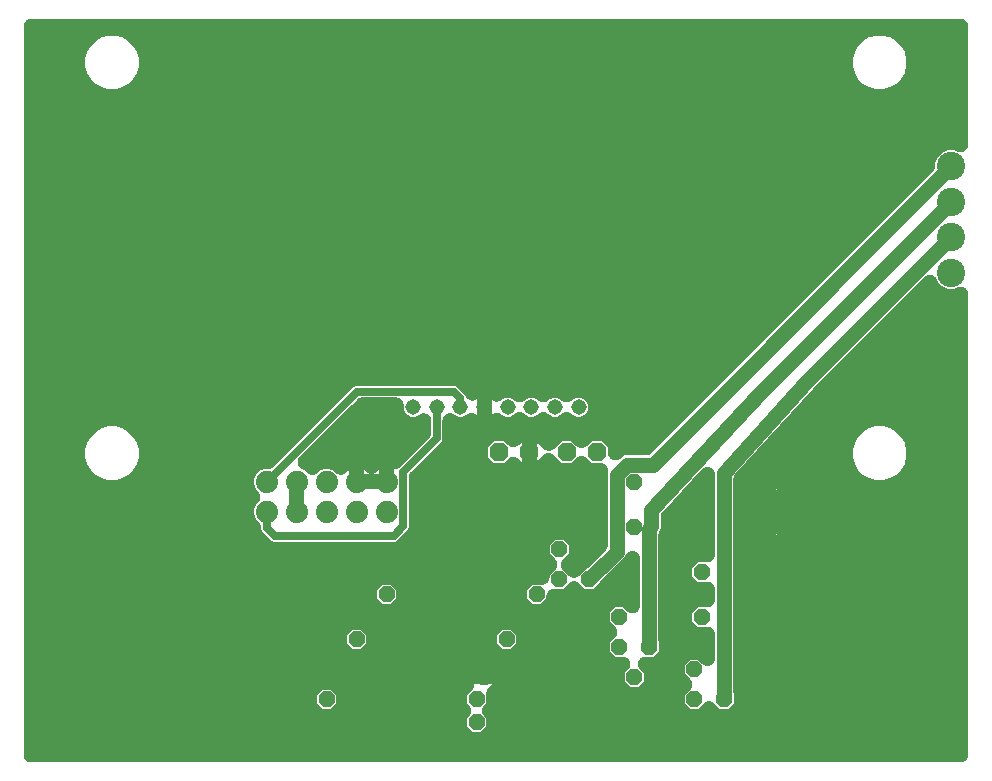
<source format=gbr>
G04 EAGLE Gerber X2 export*
%TF.Part,Single*%
%TF.FileFunction,Copper,L2,Bot,Mixed*%
%TF.FilePolarity,Positive*%
%TF.GenerationSoftware,Autodesk,EAGLE,9.1.3*%
%TF.CreationDate,2018-10-15T23:42:15Z*%
G75*
%MOMM*%
%FSLAX34Y34*%
%LPD*%
%AMOC8*
5,1,8,0,0,1.08239X$1,22.5*%
G01*
%ADD10P,1.732040X8X202.500000*%
%ADD11P,1.429621X8X202.500000*%
%ADD12P,1.429621X8X22.500000*%
%ADD13C,1.879600*%
%ADD14P,1.429621X8X292.500000*%
%ADD15C,1.308000*%
%ADD16C,2.400000*%
%ADD17C,0.756400*%
%ADD18C,1.270000*%
%ADD19C,0.635000*%

G36*
X803493Y10161D02*
X803493Y10161D01*
X803496Y10161D01*
X803843Y10181D01*
X804201Y10201D01*
X804204Y10201D01*
X804207Y10201D01*
X804547Y10260D01*
X804904Y10320D01*
X804906Y10321D01*
X804909Y10321D01*
X805254Y10421D01*
X805588Y10517D01*
X805591Y10519D01*
X805594Y10519D01*
X805918Y10654D01*
X806246Y10790D01*
X806249Y10792D01*
X806251Y10793D01*
X806563Y10965D01*
X806870Y11135D01*
X806872Y11137D01*
X806875Y11138D01*
X807172Y11349D01*
X807451Y11547D01*
X807453Y11549D01*
X807455Y11551D01*
X807723Y11791D01*
X807982Y12022D01*
X807984Y12025D01*
X807986Y12026D01*
X808224Y12294D01*
X808456Y12554D01*
X808458Y12556D01*
X808460Y12558D01*
X808658Y12839D01*
X808868Y13135D01*
X808870Y13138D01*
X808871Y13140D01*
X809034Y13436D01*
X809212Y13759D01*
X809213Y13762D01*
X809215Y13764D01*
X809346Y14082D01*
X809484Y14417D01*
X809485Y14420D01*
X809486Y14423D01*
X809581Y14752D01*
X809681Y15102D01*
X809682Y15105D01*
X809682Y15107D01*
X809742Y15461D01*
X809800Y15804D01*
X809800Y15807D01*
X809801Y15810D01*
X809839Y16510D01*
X809839Y406698D01*
X809829Y406878D01*
X809829Y407059D01*
X809809Y407234D01*
X809799Y407409D01*
X809769Y407587D01*
X809749Y407767D01*
X809709Y407938D01*
X809680Y408112D01*
X809630Y408285D01*
X809590Y408461D01*
X809531Y408627D01*
X809483Y408796D01*
X809414Y408963D01*
X809354Y409133D01*
X809277Y409292D01*
X809210Y409454D01*
X809122Y409612D01*
X809044Y409775D01*
X808950Y409924D01*
X808865Y410078D01*
X808761Y410225D01*
X808664Y410378D01*
X808554Y410515D01*
X808453Y410659D01*
X808333Y410793D01*
X808220Y410934D01*
X808095Y411059D01*
X807978Y411190D01*
X807843Y411310D01*
X807715Y411437D01*
X807578Y411547D01*
X807446Y411664D01*
X807299Y411769D01*
X807158Y411881D01*
X807009Y411974D01*
X806865Y412076D01*
X806707Y412163D01*
X806554Y412259D01*
X806396Y412335D01*
X806241Y412420D01*
X806074Y412489D01*
X805912Y412567D01*
X805746Y412625D01*
X805583Y412693D01*
X805409Y412742D01*
X805239Y412802D01*
X805067Y412841D01*
X804898Y412889D01*
X804720Y412919D01*
X804544Y412959D01*
X804369Y412979D01*
X804196Y413008D01*
X804016Y413018D01*
X803836Y413038D01*
X803660Y413038D01*
X803484Y413047D01*
X803304Y413037D01*
X803124Y413037D01*
X802949Y413017D01*
X802773Y413007D01*
X802595Y412976D01*
X802416Y412956D01*
X802244Y412916D01*
X802071Y412887D01*
X801898Y412837D01*
X801722Y412796D01*
X801553Y412737D01*
X801386Y412689D01*
X801228Y412623D01*
X801060Y412564D01*
X798190Y411375D01*
X792810Y411375D01*
X787839Y413434D01*
X784034Y417239D01*
X783260Y419108D01*
X783182Y419270D01*
X783113Y419437D01*
X783027Y419591D01*
X782951Y419750D01*
X782855Y419903D01*
X782768Y420061D01*
X782666Y420204D01*
X782572Y420353D01*
X782459Y420494D01*
X782355Y420641D01*
X782237Y420772D01*
X782128Y420910D01*
X782000Y421038D01*
X781880Y421172D01*
X781748Y421289D01*
X781624Y421414D01*
X781483Y421526D01*
X781348Y421646D01*
X781204Y421748D01*
X781067Y421858D01*
X780914Y421954D01*
X780767Y422058D01*
X780612Y422143D01*
X780463Y422237D01*
X780301Y422315D01*
X780143Y422402D01*
X779980Y422469D01*
X779821Y422545D01*
X779651Y422605D01*
X779484Y422674D01*
X779315Y422722D01*
X779149Y422780D01*
X778973Y422820D01*
X778799Y422870D01*
X778626Y422899D01*
X778454Y422939D01*
X778275Y422959D01*
X778097Y422989D01*
X777921Y422998D01*
X777746Y423018D01*
X777566Y423018D01*
X777385Y423028D01*
X777210Y423017D01*
X777034Y423017D01*
X776854Y422997D01*
X776674Y422987D01*
X776501Y422957D01*
X776326Y422937D01*
X776150Y422897D01*
X775972Y422866D01*
X775803Y422817D01*
X775631Y422778D01*
X775461Y422718D01*
X775288Y422668D01*
X775125Y422600D01*
X774959Y422542D01*
X774797Y422464D01*
X774630Y422394D01*
X774476Y422309D01*
X774317Y422232D01*
X774165Y422136D01*
X774007Y422049D01*
X773864Y421947D01*
X773715Y421853D01*
X773574Y421740D01*
X773427Y421636D01*
X773294Y421516D01*
X773158Y421408D01*
X773037Y421286D01*
X772904Y421168D01*
X678623Y326887D01*
X678521Y326772D01*
X678408Y326661D01*
X612769Y254227D01*
X612641Y254068D01*
X612504Y253916D01*
X612417Y253791D01*
X612321Y253673D01*
X612211Y253501D01*
X612093Y253334D01*
X612020Y253201D01*
X611938Y253073D01*
X611848Y252889D01*
X611749Y252710D01*
X611691Y252570D01*
X611625Y252433D01*
X611556Y252240D01*
X611478Y252051D01*
X611436Y251905D01*
X611385Y251762D01*
X611338Y251563D01*
X611282Y251366D01*
X611256Y251217D01*
X611222Y251069D01*
X611197Y250866D01*
X611163Y250664D01*
X611155Y250510D01*
X611137Y250361D01*
X611136Y250166D01*
X611125Y249964D01*
X611125Y69751D01*
X611125Y69747D01*
X611125Y69742D01*
X611145Y69389D01*
X611165Y69040D01*
X611165Y69035D01*
X611166Y69031D01*
X611226Y68680D01*
X611284Y68337D01*
X611285Y68333D01*
X611286Y68329D01*
X611379Y68009D01*
X611379Y60133D01*
X606617Y55371D01*
X599883Y55371D01*
X595040Y60215D01*
X595037Y60217D01*
X595036Y60219D01*
X594778Y60449D01*
X594508Y60689D01*
X594506Y60691D01*
X594504Y60693D01*
X594232Y60885D01*
X593927Y61102D01*
X593925Y61103D01*
X593922Y61105D01*
X593607Y61278D01*
X593304Y61446D01*
X593301Y61447D01*
X593299Y61449D01*
X592970Y61584D01*
X592645Y61719D01*
X592643Y61719D01*
X592640Y61720D01*
X592302Y61817D01*
X591961Y61916D01*
X591958Y61916D01*
X591955Y61917D01*
X591593Y61978D01*
X591258Y62035D01*
X591256Y62035D01*
X591253Y62035D01*
X590887Y62055D01*
X590547Y62074D01*
X590544Y62074D01*
X590541Y62074D01*
X590190Y62054D01*
X589836Y62034D01*
X589833Y62034D01*
X589830Y62033D01*
X589487Y61975D01*
X589134Y61914D01*
X589131Y61913D01*
X589128Y61913D01*
X588796Y61817D01*
X588449Y61717D01*
X588446Y61716D01*
X588444Y61715D01*
X588118Y61579D01*
X587791Y61444D01*
X587789Y61442D01*
X587786Y61441D01*
X587478Y61270D01*
X587168Y61099D01*
X587165Y61097D01*
X587163Y61095D01*
X586875Y60890D01*
X586587Y60686D01*
X586585Y60684D01*
X586583Y60682D01*
X586060Y60215D01*
X581217Y55371D01*
X574483Y55371D01*
X569721Y60133D01*
X569721Y66867D01*
X574565Y71710D01*
X574567Y71713D01*
X574569Y71714D01*
X574799Y71972D01*
X575039Y72242D01*
X575041Y72244D01*
X575043Y72246D01*
X575240Y72524D01*
X575452Y72823D01*
X575453Y72825D01*
X575455Y72828D01*
X575618Y73123D01*
X575796Y73446D01*
X575797Y73449D01*
X575799Y73451D01*
X575935Y73782D01*
X576069Y74105D01*
X576069Y74107D01*
X576070Y74110D01*
X576167Y74447D01*
X576266Y74789D01*
X576266Y74792D01*
X576267Y74795D01*
X576327Y75151D01*
X576385Y75492D01*
X576385Y75494D01*
X576385Y75497D01*
X576404Y75842D01*
X576424Y76203D01*
X576424Y76206D01*
X576424Y76209D01*
X576404Y76554D01*
X576384Y76914D01*
X576384Y76917D01*
X576383Y76920D01*
X576325Y77261D01*
X576264Y77616D01*
X576263Y77619D01*
X576263Y77622D01*
X576167Y77954D01*
X576067Y78301D01*
X576066Y78304D01*
X576065Y78306D01*
X575936Y78616D01*
X575794Y78959D01*
X575792Y78961D01*
X575791Y78964D01*
X575620Y79272D01*
X575449Y79582D01*
X575447Y79585D01*
X575445Y79587D01*
X575240Y79875D01*
X575036Y80163D01*
X575034Y80165D01*
X575032Y80167D01*
X574565Y80690D01*
X569721Y85533D01*
X569721Y92267D01*
X574483Y97029D01*
X581217Y97029D01*
X584536Y93709D01*
X584538Y93708D01*
X584538Y93707D01*
X584825Y93451D01*
X585068Y93235D01*
X585069Y93234D01*
X585070Y93233D01*
X585373Y93018D01*
X585649Y92822D01*
X585650Y92822D01*
X585651Y92821D01*
X585964Y92648D01*
X586272Y92478D01*
X586274Y92477D01*
X586275Y92477D01*
X586644Y92324D01*
X586931Y92205D01*
X586932Y92205D01*
X586933Y92204D01*
X587309Y92097D01*
X587615Y92008D01*
X587616Y92008D01*
X587618Y92008D01*
X587979Y91947D01*
X588318Y91889D01*
X588319Y91889D01*
X588320Y91889D01*
X588669Y91870D01*
X589029Y91850D01*
X589030Y91850D01*
X589032Y91850D01*
X589367Y91869D01*
X589740Y91890D01*
X589742Y91890D01*
X589743Y91890D01*
X590055Y91944D01*
X590442Y92010D01*
X590444Y92010D01*
X590445Y92010D01*
X590781Y92108D01*
X591127Y92207D01*
X591128Y92208D01*
X591130Y92208D01*
X591462Y92347D01*
X591785Y92480D01*
X591786Y92481D01*
X591787Y92482D01*
X592103Y92656D01*
X592408Y92825D01*
X592409Y92826D01*
X592411Y92827D01*
X592692Y93027D01*
X592989Y93238D01*
X592990Y93239D01*
X592991Y93240D01*
X593236Y93459D01*
X593520Y93713D01*
X593521Y93714D01*
X593522Y93715D01*
X593773Y93997D01*
X593994Y94245D01*
X593995Y94246D01*
X593996Y94247D01*
X594201Y94538D01*
X594406Y94826D01*
X594406Y94828D01*
X594407Y94829D01*
X594574Y95132D01*
X594749Y95450D01*
X594750Y95452D01*
X594751Y95453D01*
X594879Y95764D01*
X595021Y96109D01*
X595022Y96110D01*
X595022Y96112D01*
X595116Y96437D01*
X595218Y96794D01*
X595218Y96795D01*
X595218Y96796D01*
X595275Y97136D01*
X595336Y97496D01*
X595336Y97498D01*
X595337Y97499D01*
X595375Y98199D01*
X595375Y118872D01*
X595375Y118875D01*
X595375Y118878D01*
X595355Y119225D01*
X595335Y119583D01*
X595335Y119586D01*
X595335Y119589D01*
X595276Y119929D01*
X595216Y120286D01*
X595215Y120288D01*
X595215Y120291D01*
X595118Y120624D01*
X595019Y120970D01*
X595017Y120973D01*
X595017Y120976D01*
X594882Y121300D01*
X594746Y121628D01*
X594744Y121631D01*
X594743Y121633D01*
X594571Y121945D01*
X594401Y122252D01*
X594399Y122254D01*
X594398Y122257D01*
X594187Y122554D01*
X593989Y122833D01*
X593987Y122835D01*
X593985Y122837D01*
X593745Y123105D01*
X593514Y123364D01*
X593511Y123366D01*
X593510Y123368D01*
X593242Y123606D01*
X592982Y123838D01*
X592980Y123840D01*
X592978Y123842D01*
X592697Y124040D01*
X592401Y124250D01*
X592398Y124252D01*
X592396Y124253D01*
X592100Y124416D01*
X591777Y124594D01*
X591774Y124595D01*
X591772Y124597D01*
X591454Y124728D01*
X591119Y124866D01*
X591116Y124867D01*
X591113Y124868D01*
X590784Y124963D01*
X590434Y125063D01*
X590431Y125064D01*
X590429Y125064D01*
X590075Y125124D01*
X589732Y125182D01*
X589729Y125182D01*
X589726Y125183D01*
X589026Y125221D01*
X580833Y125221D01*
X576071Y129983D01*
X576071Y136717D01*
X580833Y141479D01*
X589026Y141479D01*
X589029Y141479D01*
X589032Y141479D01*
X589379Y141499D01*
X589737Y141519D01*
X589740Y141519D01*
X589743Y141519D01*
X590083Y141578D01*
X590440Y141638D01*
X590442Y141639D01*
X590445Y141639D01*
X590790Y141739D01*
X591124Y141835D01*
X591127Y141837D01*
X591130Y141837D01*
X591454Y141972D01*
X591782Y142108D01*
X591785Y142110D01*
X591787Y142111D01*
X592099Y142283D01*
X592406Y142453D01*
X592408Y142455D01*
X592411Y142456D01*
X592708Y142667D01*
X592987Y142865D01*
X592989Y142867D01*
X592991Y142869D01*
X593259Y143109D01*
X593518Y143340D01*
X593520Y143343D01*
X593522Y143344D01*
X593760Y143612D01*
X593992Y143872D01*
X593994Y143874D01*
X593996Y143876D01*
X594194Y144157D01*
X594404Y144453D01*
X594406Y144456D01*
X594407Y144458D01*
X594570Y144754D01*
X594748Y145077D01*
X594749Y145080D01*
X594751Y145082D01*
X594882Y145400D01*
X595020Y145735D01*
X595021Y145738D01*
X595022Y145741D01*
X595117Y146070D01*
X595217Y146420D01*
X595218Y146423D01*
X595218Y146425D01*
X595278Y146779D01*
X595336Y147122D01*
X595336Y147125D01*
X595337Y147128D01*
X595375Y147828D01*
X595375Y156972D01*
X595375Y156975D01*
X595375Y156978D01*
X595356Y157316D01*
X595335Y157683D01*
X595335Y157686D01*
X595335Y157689D01*
X595277Y158028D01*
X595216Y158386D01*
X595215Y158388D01*
X595215Y158391D01*
X595118Y158724D01*
X595019Y159070D01*
X595017Y159073D01*
X595017Y159076D01*
X594882Y159400D01*
X594746Y159728D01*
X594744Y159731D01*
X594743Y159733D01*
X594571Y160045D01*
X594401Y160352D01*
X594399Y160354D01*
X594398Y160357D01*
X594187Y160654D01*
X593989Y160933D01*
X593987Y160935D01*
X593985Y160937D01*
X593746Y161204D01*
X593514Y161464D01*
X593511Y161466D01*
X593510Y161468D01*
X593242Y161706D01*
X592982Y161938D01*
X592980Y161940D01*
X592978Y161942D01*
X592697Y162140D01*
X592401Y162350D01*
X592398Y162352D01*
X592396Y162353D01*
X592100Y162516D01*
X591777Y162694D01*
X591774Y162695D01*
X591772Y162697D01*
X591454Y162828D01*
X591119Y162966D01*
X591116Y162967D01*
X591113Y162968D01*
X590784Y163063D01*
X590434Y163163D01*
X590431Y163164D01*
X590429Y163164D01*
X590075Y163224D01*
X589732Y163282D01*
X589729Y163282D01*
X589726Y163283D01*
X589026Y163321D01*
X580833Y163321D01*
X576071Y168083D01*
X576071Y174817D01*
X580833Y179579D01*
X589026Y179579D01*
X589029Y179579D01*
X589032Y179579D01*
X589379Y179599D01*
X589737Y179619D01*
X589740Y179619D01*
X589743Y179619D01*
X590083Y179678D01*
X590440Y179738D01*
X590442Y179739D01*
X590445Y179739D01*
X590790Y179839D01*
X591124Y179935D01*
X591127Y179937D01*
X591130Y179937D01*
X591454Y180072D01*
X591782Y180208D01*
X591785Y180210D01*
X591787Y180211D01*
X592099Y180383D01*
X592406Y180553D01*
X592408Y180555D01*
X592411Y180556D01*
X592708Y180767D01*
X592987Y180965D01*
X592989Y180967D01*
X592991Y180969D01*
X593259Y181209D01*
X593518Y181440D01*
X593520Y181443D01*
X593522Y181444D01*
X593760Y181712D01*
X593992Y181972D01*
X593994Y181974D01*
X593996Y181976D01*
X594194Y182257D01*
X594404Y182553D01*
X594406Y182556D01*
X594407Y182558D01*
X594569Y182851D01*
X594748Y183177D01*
X594749Y183180D01*
X594751Y183182D01*
X594882Y183500D01*
X595020Y183835D01*
X595021Y183838D01*
X595022Y183841D01*
X595117Y184170D01*
X595217Y184520D01*
X595218Y184523D01*
X595218Y184525D01*
X595278Y184879D01*
X595336Y185222D01*
X595336Y185225D01*
X595337Y185228D01*
X595375Y185928D01*
X595375Y254029D01*
X595368Y254150D01*
X595371Y254271D01*
X595349Y254505D01*
X595335Y254740D01*
X595315Y254860D01*
X595304Y254980D01*
X595255Y255211D01*
X595216Y255443D01*
X595182Y255559D01*
X595158Y255678D01*
X595084Y255902D01*
X595019Y256127D01*
X594972Y256239D01*
X594934Y256354D01*
X594836Y256568D01*
X594746Y256785D01*
X594687Y256891D01*
X594637Y257001D01*
X594515Y257203D01*
X594401Y257409D01*
X594331Y257507D01*
X594268Y257611D01*
X594124Y257798D01*
X593989Y257990D01*
X593908Y258080D01*
X593834Y258176D01*
X593670Y258346D01*
X593514Y258521D01*
X593423Y258601D01*
X593339Y258689D01*
X593158Y258838D01*
X592982Y258995D01*
X592883Y259065D01*
X592790Y259142D01*
X592593Y259271D01*
X592401Y259407D01*
X592295Y259466D01*
X592193Y259532D01*
X591983Y259638D01*
X591777Y259751D01*
X591665Y259798D01*
X591557Y259852D01*
X591336Y259934D01*
X591119Y260024D01*
X591002Y260057D01*
X590889Y260099D01*
X590660Y260155D01*
X590434Y260220D01*
X590315Y260240D01*
X590197Y260269D01*
X589963Y260300D01*
X589732Y260339D01*
X589611Y260346D01*
X589491Y260361D01*
X589256Y260365D01*
X589020Y260378D01*
X588899Y260371D01*
X588778Y260373D01*
X588544Y260351D01*
X588309Y260338D01*
X588190Y260317D01*
X588069Y260306D01*
X587838Y260257D01*
X587607Y260218D01*
X587491Y260184D01*
X587372Y260159D01*
X587148Y260085D01*
X586922Y260020D01*
X586811Y259973D01*
X586696Y259935D01*
X586482Y259837D01*
X586265Y259746D01*
X586158Y259688D01*
X586049Y259637D01*
X585847Y259515D01*
X585641Y259401D01*
X585543Y259331D01*
X585439Y259268D01*
X585252Y259124D01*
X585061Y258988D01*
X584971Y258907D01*
X584875Y258833D01*
X584701Y258666D01*
X584530Y258513D01*
X584455Y258428D01*
X584370Y258346D01*
X551096Y222465D01*
X550943Y222279D01*
X550782Y222099D01*
X550716Y222005D01*
X550642Y221916D01*
X550510Y221715D01*
X550371Y221518D01*
X550315Y221417D01*
X550252Y221320D01*
X550144Y221105D01*
X550027Y220894D01*
X549983Y220787D01*
X549931Y220684D01*
X549847Y220458D01*
X549756Y220235D01*
X549724Y220124D01*
X549684Y220016D01*
X549626Y219782D01*
X549560Y219550D01*
X549540Y219437D01*
X549513Y219324D01*
X549481Y219085D01*
X549441Y218848D01*
X549435Y218731D01*
X549420Y218618D01*
X549416Y218389D01*
X549403Y218148D01*
X549403Y208337D01*
X548108Y205211D01*
X548048Y205038D01*
X547978Y204869D01*
X547930Y204702D01*
X547873Y204539D01*
X547832Y204360D01*
X547782Y204184D01*
X547753Y204013D01*
X547714Y203844D01*
X547694Y203662D01*
X547663Y203481D01*
X547654Y203306D01*
X547635Y203136D01*
X547635Y202961D01*
X547625Y202781D01*
X547625Y114201D01*
X547625Y114197D01*
X547625Y114192D01*
X547645Y113839D01*
X547665Y113490D01*
X547665Y113485D01*
X547666Y113481D01*
X547726Y113128D01*
X547784Y112787D01*
X547785Y112783D01*
X547786Y112779D01*
X547879Y112459D01*
X547879Y104583D01*
X543117Y99821D01*
X536603Y99821D01*
X536601Y99821D01*
X536600Y99821D01*
X536232Y99800D01*
X535892Y99781D01*
X535890Y99781D01*
X535889Y99781D01*
X535506Y99716D01*
X535189Y99662D01*
X535188Y99662D01*
X535186Y99661D01*
X534812Y99553D01*
X534505Y99465D01*
X534504Y99464D01*
X534502Y99464D01*
X534160Y99322D01*
X533847Y99192D01*
X533845Y99191D01*
X533844Y99191D01*
X533518Y99010D01*
X533223Y98847D01*
X533222Y98846D01*
X533221Y98845D01*
X532918Y98630D01*
X532642Y98435D01*
X532641Y98434D01*
X532640Y98433D01*
X532365Y98186D01*
X532111Y97960D01*
X532110Y97959D01*
X532109Y97958D01*
X531877Y97698D01*
X531637Y97428D01*
X531636Y97427D01*
X531635Y97426D01*
X531445Y97158D01*
X531225Y96847D01*
X531224Y96846D01*
X531223Y96844D01*
X531058Y96544D01*
X530881Y96223D01*
X530880Y96222D01*
X530879Y96221D01*
X530734Y95868D01*
X530608Y95565D01*
X530608Y95563D01*
X530608Y95562D01*
X530517Y95247D01*
X530412Y94880D01*
X530412Y94879D01*
X530411Y94877D01*
X530350Y94517D01*
X530293Y94178D01*
X530293Y94176D01*
X530293Y94175D01*
X530272Y93792D01*
X530254Y93466D01*
X530254Y93465D01*
X530254Y93463D01*
X530276Y93081D01*
X530294Y92755D01*
X530295Y92754D01*
X530295Y92752D01*
X530369Y92319D01*
X530414Y92053D01*
X530415Y92051D01*
X530415Y92050D01*
X530518Y91695D01*
X530612Y91368D01*
X530613Y91367D01*
X530613Y91366D01*
X530745Y91048D01*
X530886Y90711D01*
X530886Y90709D01*
X530887Y90708D01*
X531074Y90370D01*
X531231Y90087D01*
X531232Y90086D01*
X531233Y90085D01*
X531451Y89778D01*
X531644Y89507D01*
X531645Y89506D01*
X531646Y89505D01*
X532113Y88982D01*
X535179Y85917D01*
X535179Y79183D01*
X530417Y74421D01*
X523683Y74421D01*
X518921Y79183D01*
X518921Y85917D01*
X521987Y88982D01*
X521988Y88984D01*
X521989Y88984D01*
X522192Y89212D01*
X522461Y89514D01*
X522462Y89515D01*
X522463Y89516D01*
X522678Y89819D01*
X522874Y90095D01*
X522874Y90096D01*
X522875Y90097D01*
X523044Y90403D01*
X523218Y90718D01*
X523219Y90720D01*
X523219Y90721D01*
X523358Y91055D01*
X523491Y91377D01*
X523491Y91378D01*
X523492Y91379D01*
X523593Y91733D01*
X523688Y92061D01*
X523688Y92062D01*
X523688Y92064D01*
X523749Y92425D01*
X523807Y92764D01*
X523807Y92765D01*
X523807Y92766D01*
X523826Y93115D01*
X523846Y93475D01*
X523846Y93476D01*
X523846Y93478D01*
X523827Y93813D01*
X523806Y94186D01*
X523806Y94188D01*
X523806Y94189D01*
X523752Y94501D01*
X523686Y94888D01*
X523686Y94890D01*
X523686Y94891D01*
X523588Y95227D01*
X523489Y95573D01*
X523488Y95574D01*
X523488Y95576D01*
X523366Y95868D01*
X523216Y96231D01*
X523215Y96232D01*
X523214Y96233D01*
X523040Y96549D01*
X522871Y96854D01*
X522870Y96855D01*
X522869Y96857D01*
X522669Y97138D01*
X522458Y97435D01*
X522457Y97436D01*
X522456Y97437D01*
X522247Y97671D01*
X521983Y97966D01*
X521982Y97967D01*
X521981Y97968D01*
X521721Y98199D01*
X521451Y98440D01*
X521450Y98441D01*
X521449Y98442D01*
X521156Y98649D01*
X520870Y98852D01*
X520868Y98852D01*
X520867Y98853D01*
X520564Y99020D01*
X520246Y99195D01*
X520244Y99196D01*
X520243Y99197D01*
X519919Y99330D01*
X519587Y99467D01*
X519586Y99468D01*
X519584Y99468D01*
X519257Y99562D01*
X518902Y99664D01*
X518901Y99664D01*
X518900Y99664D01*
X518560Y99721D01*
X518200Y99782D01*
X518198Y99782D01*
X518197Y99783D01*
X517497Y99821D01*
X510983Y99821D01*
X506221Y104583D01*
X506221Y111317D01*
X511065Y116160D01*
X511067Y116163D01*
X511069Y116164D01*
X511299Y116422D01*
X511539Y116692D01*
X511541Y116694D01*
X511543Y116696D01*
X511740Y116974D01*
X511952Y117273D01*
X511953Y117275D01*
X511955Y117278D01*
X512118Y117573D01*
X512296Y117896D01*
X512297Y117899D01*
X512299Y117901D01*
X512425Y118207D01*
X512569Y118555D01*
X512569Y118557D01*
X512570Y118560D01*
X512666Y118892D01*
X512766Y119239D01*
X512766Y119242D01*
X512767Y119245D01*
X512828Y119607D01*
X512885Y119942D01*
X512885Y119944D01*
X512885Y119947D01*
X512905Y120313D01*
X512924Y120653D01*
X512924Y120656D01*
X512924Y120659D01*
X512905Y120997D01*
X512884Y121364D01*
X512884Y121367D01*
X512883Y121370D01*
X512827Y121699D01*
X512764Y122066D01*
X512763Y122069D01*
X512763Y122072D01*
X512667Y122403D01*
X512567Y122751D01*
X512566Y122754D01*
X512565Y122756D01*
X512438Y123060D01*
X512294Y123409D01*
X512292Y123411D01*
X512291Y123414D01*
X512120Y123722D01*
X511949Y124032D01*
X511947Y124035D01*
X511945Y124037D01*
X511740Y124325D01*
X511536Y124613D01*
X511534Y124615D01*
X511532Y124617D01*
X511065Y125140D01*
X506221Y129983D01*
X506221Y136717D01*
X510983Y141479D01*
X517717Y141479D01*
X521036Y138159D01*
X521038Y138158D01*
X521038Y138157D01*
X521308Y137916D01*
X521568Y137685D01*
X521569Y137684D01*
X521570Y137683D01*
X521873Y137468D01*
X522149Y137272D01*
X522150Y137272D01*
X522151Y137271D01*
X522464Y137098D01*
X522772Y136928D01*
X522774Y136927D01*
X522775Y136927D01*
X523124Y136783D01*
X523431Y136655D01*
X523432Y136655D01*
X523433Y136654D01*
X523809Y136547D01*
X524115Y136458D01*
X524116Y136458D01*
X524118Y136458D01*
X524479Y136397D01*
X524818Y136339D01*
X524819Y136339D01*
X524820Y136339D01*
X525169Y136320D01*
X525529Y136300D01*
X525530Y136300D01*
X525532Y136300D01*
X525867Y136319D01*
X526240Y136340D01*
X526242Y136340D01*
X526243Y136340D01*
X526555Y136394D01*
X526942Y136460D01*
X526944Y136460D01*
X526945Y136460D01*
X527281Y136558D01*
X527627Y136657D01*
X527628Y136658D01*
X527630Y136658D01*
X527953Y136793D01*
X528285Y136930D01*
X528286Y136931D01*
X528287Y136932D01*
X528602Y137106D01*
X528908Y137275D01*
X528909Y137276D01*
X528911Y137277D01*
X529192Y137477D01*
X529489Y137688D01*
X529490Y137689D01*
X529491Y137690D01*
X529744Y137916D01*
X530020Y138163D01*
X530021Y138164D01*
X530022Y138165D01*
X530273Y138447D01*
X530494Y138695D01*
X530495Y138696D01*
X530496Y138697D01*
X530703Y138990D01*
X530906Y139276D01*
X530906Y139278D01*
X530907Y139279D01*
X531074Y139582D01*
X531249Y139900D01*
X531250Y139902D01*
X531251Y139903D01*
X531379Y140214D01*
X531521Y140559D01*
X531522Y140560D01*
X531522Y140562D01*
X531616Y140889D01*
X531718Y141244D01*
X531718Y141245D01*
X531718Y141246D01*
X531775Y141586D01*
X531836Y141946D01*
X531836Y141948D01*
X531837Y141949D01*
X531875Y142649D01*
X531875Y182827D01*
X531865Y183006D01*
X531865Y183184D01*
X531845Y183361D01*
X531835Y183538D01*
X531805Y183714D01*
X531785Y183892D01*
X531746Y184066D01*
X531716Y184240D01*
X531666Y184412D01*
X531626Y184587D01*
X531568Y184755D01*
X531519Y184925D01*
X531450Y185090D01*
X531391Y185259D01*
X531314Y185419D01*
X531246Y185583D01*
X531159Y185740D01*
X531081Y185901D01*
X530987Y186051D01*
X530901Y186206D01*
X530798Y186352D01*
X530702Y186504D01*
X530591Y186643D01*
X530489Y186787D01*
X530369Y186920D01*
X530258Y187061D01*
X530132Y187186D01*
X530014Y187318D01*
X529880Y187437D01*
X529753Y187564D01*
X529615Y187675D01*
X529482Y187793D01*
X529336Y187897D01*
X529196Y188008D01*
X529046Y188102D01*
X528901Y188205D01*
X528744Y188291D01*
X528593Y188386D01*
X528433Y188463D01*
X528277Y188549D01*
X528112Y188617D01*
X527950Y188695D01*
X527783Y188753D01*
X527619Y188821D01*
X527447Y188871D01*
X527278Y188930D01*
X527105Y188969D01*
X526934Y189018D01*
X526758Y189048D01*
X526583Y189087D01*
X526406Y189107D01*
X526232Y189137D01*
X526053Y189147D01*
X525875Y189166D01*
X525697Y189166D01*
X525520Y189176D01*
X525342Y189166D01*
X525163Y189166D01*
X524986Y189146D01*
X524809Y189135D01*
X524633Y189105D01*
X524455Y189085D01*
X524282Y189045D01*
X524107Y189015D01*
X523935Y188966D01*
X523760Y188926D01*
X523593Y188867D01*
X523422Y188817D01*
X523257Y188749D01*
X523088Y188689D01*
X522928Y188612D01*
X522765Y188544D01*
X522608Y188457D01*
X522447Y188379D01*
X522297Y188285D01*
X522141Y188199D01*
X521996Y188095D01*
X521844Y187999D01*
X521705Y187888D01*
X521561Y187786D01*
X521428Y187666D01*
X521288Y187554D01*
X521162Y187429D01*
X521030Y187310D01*
X520911Y187177D01*
X520785Y187050D01*
X520674Y186911D01*
X520556Y186778D01*
X520453Y186632D01*
X520342Y186492D01*
X520247Y186342D01*
X520145Y186197D01*
X520059Y186040D01*
X519964Y185888D01*
X519885Y185726D01*
X519801Y185573D01*
X519736Y185415D01*
X519660Y185256D01*
X519248Y184261D01*
X516140Y181153D01*
X498938Y163952D01*
X498936Y163949D01*
X498932Y163946D01*
X498690Y163674D01*
X498464Y163421D01*
X498461Y163417D01*
X498458Y163414D01*
X498257Y163129D01*
X498051Y162840D01*
X498049Y162836D01*
X498047Y162832D01*
X497886Y162540D01*
X492317Y156971D01*
X485583Y156971D01*
X480740Y161815D01*
X480737Y161817D01*
X480736Y161819D01*
X480478Y162049D01*
X480208Y162289D01*
X480206Y162291D01*
X480204Y162293D01*
X479932Y162485D01*
X479627Y162702D01*
X479625Y162703D01*
X479622Y162705D01*
X479307Y162878D01*
X479004Y163046D01*
X479001Y163047D01*
X478999Y163049D01*
X478668Y163185D01*
X478345Y163319D01*
X478343Y163319D01*
X478340Y163320D01*
X478002Y163417D01*
X477661Y163516D01*
X477658Y163516D01*
X477655Y163517D01*
X477293Y163578D01*
X476958Y163635D01*
X476956Y163635D01*
X476953Y163635D01*
X476587Y163655D01*
X476247Y163674D01*
X476244Y163674D01*
X476241Y163674D01*
X475890Y163654D01*
X475536Y163634D01*
X475533Y163634D01*
X475530Y163633D01*
X475187Y163575D01*
X474834Y163514D01*
X474831Y163513D01*
X474828Y163513D01*
X474496Y163417D01*
X474149Y163317D01*
X474146Y163316D01*
X474144Y163315D01*
X473820Y163180D01*
X473491Y163044D01*
X473489Y163042D01*
X473486Y163041D01*
X473178Y162870D01*
X472868Y162699D01*
X472865Y162697D01*
X472863Y162695D01*
X472575Y162490D01*
X472287Y162286D01*
X472285Y162284D01*
X472283Y162282D01*
X471760Y161815D01*
X466917Y156971D01*
X458978Y156971D01*
X458975Y156971D01*
X458972Y156971D01*
X458625Y156951D01*
X458267Y156931D01*
X458264Y156931D01*
X458261Y156931D01*
X457921Y156872D01*
X457564Y156812D01*
X457562Y156811D01*
X457559Y156811D01*
X457214Y156711D01*
X456880Y156615D01*
X456877Y156613D01*
X456874Y156613D01*
X456550Y156478D01*
X456222Y156342D01*
X456219Y156340D01*
X456217Y156339D01*
X455905Y156167D01*
X455598Y155997D01*
X455596Y155995D01*
X455593Y155994D01*
X455296Y155783D01*
X455017Y155585D01*
X455015Y155583D01*
X455013Y155581D01*
X454745Y155341D01*
X454486Y155110D01*
X454484Y155107D01*
X454482Y155106D01*
X454241Y154835D01*
X454012Y154578D01*
X454010Y154576D01*
X454008Y154574D01*
X453810Y154293D01*
X453600Y153997D01*
X453598Y153994D01*
X453597Y153992D01*
X453434Y153696D01*
X453256Y153373D01*
X453255Y153370D01*
X453253Y153368D01*
X453122Y153050D01*
X452984Y152715D01*
X452983Y152712D01*
X452982Y152709D01*
X452887Y152380D01*
X452787Y152030D01*
X452786Y152027D01*
X452786Y152025D01*
X452726Y151671D01*
X452668Y151328D01*
X452668Y151325D01*
X452667Y151322D01*
X452629Y150622D01*
X452629Y149033D01*
X447867Y144271D01*
X441133Y144271D01*
X436371Y149033D01*
X436371Y155767D01*
X441133Y160529D01*
X449072Y160529D01*
X449075Y160529D01*
X449078Y160529D01*
X449425Y160549D01*
X449783Y160569D01*
X449786Y160569D01*
X449789Y160569D01*
X450129Y160628D01*
X450486Y160688D01*
X450488Y160689D01*
X450491Y160689D01*
X450836Y160789D01*
X451170Y160885D01*
X451173Y160887D01*
X451176Y160887D01*
X451500Y161022D01*
X451828Y161158D01*
X451831Y161160D01*
X451833Y161161D01*
X452141Y161331D01*
X452452Y161503D01*
X452454Y161505D01*
X452457Y161506D01*
X452754Y161717D01*
X453033Y161915D01*
X453035Y161917D01*
X453037Y161919D01*
X453305Y162159D01*
X453564Y162390D01*
X453566Y162393D01*
X453568Y162394D01*
X453806Y162662D01*
X454038Y162922D01*
X454040Y162924D01*
X454042Y162926D01*
X454240Y163207D01*
X454450Y163503D01*
X454452Y163506D01*
X454453Y163508D01*
X454616Y163804D01*
X454794Y164127D01*
X454795Y164130D01*
X454797Y164132D01*
X454928Y164450D01*
X455066Y164785D01*
X455067Y164788D01*
X455068Y164791D01*
X455157Y165102D01*
X455263Y165470D01*
X455264Y165473D01*
X455264Y165475D01*
X455321Y165812D01*
X455382Y166172D01*
X455382Y166175D01*
X455383Y166178D01*
X455421Y166878D01*
X455421Y168467D01*
X460265Y173310D01*
X460267Y173313D01*
X460269Y173314D01*
X460499Y173572D01*
X460739Y173842D01*
X460741Y173844D01*
X460743Y173846D01*
X460940Y174124D01*
X461152Y174423D01*
X461153Y174425D01*
X461155Y174428D01*
X461328Y174743D01*
X461496Y175046D01*
X461497Y175049D01*
X461499Y175051D01*
X461635Y175382D01*
X461769Y175705D01*
X461769Y175707D01*
X461770Y175710D01*
X461862Y176031D01*
X461966Y176389D01*
X461966Y176392D01*
X461967Y176395D01*
X462028Y176757D01*
X462085Y177092D01*
X462085Y177094D01*
X462085Y177097D01*
X462105Y177463D01*
X462124Y177803D01*
X462124Y177806D01*
X462124Y177809D01*
X462105Y178147D01*
X462084Y178514D01*
X462084Y178517D01*
X462083Y178520D01*
X462027Y178849D01*
X461964Y179216D01*
X461963Y179219D01*
X461963Y179222D01*
X461867Y179554D01*
X461767Y179901D01*
X461766Y179904D01*
X461765Y179906D01*
X461630Y180230D01*
X461494Y180559D01*
X461492Y180561D01*
X461491Y180564D01*
X461320Y180872D01*
X461149Y181182D01*
X461147Y181185D01*
X461145Y181187D01*
X460940Y181475D01*
X460736Y181763D01*
X460734Y181765D01*
X460732Y181767D01*
X460265Y182290D01*
X455421Y187133D01*
X455421Y193867D01*
X460183Y198629D01*
X466917Y198629D01*
X471679Y193867D01*
X471679Y187133D01*
X470624Y186078D01*
X466835Y182290D01*
X466833Y182287D01*
X466831Y182286D01*
X466595Y182020D01*
X466361Y181758D01*
X466359Y181756D01*
X466357Y181754D01*
X466149Y181460D01*
X465948Y181177D01*
X465947Y181175D01*
X465945Y181173D01*
X465775Y180864D01*
X465604Y180554D01*
X465603Y180551D01*
X465601Y180549D01*
X465471Y180233D01*
X465331Y179896D01*
X465331Y179893D01*
X465330Y179890D01*
X465230Y179542D01*
X465134Y179211D01*
X465134Y179208D01*
X465133Y179205D01*
X465070Y178829D01*
X465015Y178508D01*
X465015Y178506D01*
X465015Y178503D01*
X464995Y178136D01*
X464976Y177797D01*
X464976Y177794D01*
X464976Y177791D01*
X464996Y177440D01*
X465016Y177086D01*
X465016Y177083D01*
X465017Y177080D01*
X465076Y176733D01*
X465136Y176384D01*
X465137Y176381D01*
X465137Y176378D01*
X465238Y176031D01*
X465333Y175699D01*
X465334Y175697D01*
X465335Y175694D01*
X465475Y175358D01*
X465606Y175041D01*
X465608Y175039D01*
X465609Y175036D01*
X465775Y174737D01*
X465951Y174418D01*
X465953Y174415D01*
X465955Y174413D01*
X466148Y174142D01*
X466364Y173837D01*
X466366Y173835D01*
X466368Y173833D01*
X466835Y173310D01*
X471760Y168385D01*
X471763Y168383D01*
X471764Y168381D01*
X472031Y168144D01*
X472292Y167911D01*
X472294Y167909D01*
X472296Y167907D01*
X472585Y167702D01*
X472873Y167498D01*
X472875Y167497D01*
X472878Y167495D01*
X473185Y167326D01*
X473496Y167154D01*
X473499Y167153D01*
X473501Y167151D01*
X473847Y167009D01*
X474154Y166881D01*
X474157Y166881D01*
X474160Y166880D01*
X474513Y166778D01*
X474839Y166684D01*
X474842Y166684D01*
X474845Y166683D01*
X475210Y166622D01*
X475542Y166565D01*
X475544Y166565D01*
X475547Y166565D01*
X475913Y166545D01*
X476253Y166526D01*
X476256Y166526D01*
X476259Y166526D01*
X476610Y166546D01*
X476964Y166566D01*
X476967Y166566D01*
X476970Y166567D01*
X477313Y166625D01*
X477666Y166686D01*
X477669Y166686D01*
X477672Y166687D01*
X478022Y166788D01*
X478351Y166883D01*
X478353Y166884D01*
X478356Y166885D01*
X478689Y167024D01*
X479009Y167156D01*
X479011Y167158D01*
X479014Y167159D01*
X479322Y167330D01*
X479632Y167501D01*
X479634Y167503D01*
X479637Y167505D01*
X479930Y167713D01*
X480213Y167914D01*
X480215Y167916D01*
X480217Y167918D01*
X480740Y168385D01*
X486390Y174036D01*
X486692Y174203D01*
X486695Y174205D01*
X486699Y174208D01*
X486995Y174418D01*
X487273Y174615D01*
X487276Y174618D01*
X487280Y174621D01*
X487802Y175088D01*
X502838Y190124D01*
X502840Y190127D01*
X502844Y190130D01*
X503078Y190393D01*
X503312Y190655D01*
X503315Y190659D01*
X503318Y190662D01*
X503519Y190947D01*
X503725Y191236D01*
X503727Y191240D01*
X503729Y191244D01*
X503892Y191540D01*
X504069Y191860D01*
X504071Y191864D01*
X504073Y191868D01*
X504204Y192185D01*
X504342Y192518D01*
X504343Y192522D01*
X504344Y192526D01*
X504441Y192865D01*
X504539Y193203D01*
X504539Y193207D01*
X504540Y193211D01*
X504600Y193567D01*
X504658Y193905D01*
X504658Y193909D01*
X504659Y193914D01*
X504697Y194614D01*
X504697Y255299D01*
X504739Y255417D01*
X504779Y255593D01*
X504829Y255767D01*
X504858Y255941D01*
X504897Y256112D01*
X504917Y256291D01*
X504947Y256469D01*
X504957Y256645D01*
X504977Y256820D01*
X504977Y257000D01*
X504987Y257181D01*
X504977Y257356D01*
X504977Y257532D01*
X504956Y257712D01*
X504946Y257892D01*
X504916Y258065D01*
X504897Y258240D01*
X504856Y258417D01*
X504826Y258594D01*
X504777Y258763D01*
X504738Y258935D01*
X504678Y259105D01*
X504628Y259279D01*
X504561Y259441D01*
X504502Y259607D01*
X504424Y259770D01*
X504355Y259936D01*
X504269Y260090D01*
X504193Y260249D01*
X504097Y260402D01*
X504009Y260560D01*
X503908Y260703D01*
X503814Y260852D01*
X503701Y260993D01*
X503596Y261140D01*
X503479Y261271D01*
X503369Y261409D01*
X503241Y261536D01*
X503121Y261671D01*
X502990Y261788D01*
X502865Y261912D01*
X502724Y262024D01*
X502589Y262145D01*
X502446Y262246D01*
X502308Y262356D01*
X502155Y262452D01*
X502007Y262556D01*
X501853Y262641D01*
X501704Y262734D01*
X501541Y262813D01*
X501383Y262900D01*
X501221Y262967D01*
X501062Y263043D01*
X500892Y263102D01*
X500725Y263171D01*
X500556Y263220D01*
X500389Y263278D01*
X500214Y263318D01*
X500040Y263367D01*
X499866Y263397D01*
X499695Y263436D01*
X499516Y263456D01*
X499337Y263486D01*
X499159Y263495D01*
X498987Y263515D01*
X498815Y263514D01*
X498637Y263524D01*
X491354Y263524D01*
X487090Y267789D01*
X487087Y267791D01*
X487086Y267793D01*
X486819Y268031D01*
X486558Y268264D01*
X486556Y268265D01*
X486554Y268267D01*
X486257Y268478D01*
X485977Y268676D01*
X485975Y268677D01*
X485972Y268679D01*
X485661Y268851D01*
X485354Y269020D01*
X485351Y269021D01*
X485349Y269023D01*
X485021Y269158D01*
X484696Y269293D01*
X484693Y269294D01*
X484690Y269295D01*
X484352Y269392D01*
X484011Y269490D01*
X484008Y269490D01*
X484005Y269491D01*
X483640Y269553D01*
X483308Y269609D01*
X483306Y269609D01*
X483303Y269610D01*
X482937Y269630D01*
X482597Y269649D01*
X482594Y269648D01*
X482591Y269649D01*
X482240Y269628D01*
X481886Y269608D01*
X481883Y269608D01*
X481880Y269608D01*
X481537Y269549D01*
X481184Y269489D01*
X481181Y269488D01*
X481178Y269487D01*
X480825Y269385D01*
X480499Y269291D01*
X480497Y269290D01*
X480494Y269289D01*
X480158Y269149D01*
X479841Y269018D01*
X479839Y269016D01*
X479836Y269015D01*
X479520Y268840D01*
X479218Y268673D01*
X479216Y268671D01*
X479213Y268670D01*
X478928Y268467D01*
X478637Y268260D01*
X478635Y268258D01*
X478633Y268257D01*
X478110Y267789D01*
X473846Y263524D01*
X465954Y263524D01*
X459233Y270246D01*
X459231Y270247D01*
X459229Y270250D01*
X458964Y270486D01*
X458702Y270720D01*
X458700Y270722D01*
X458697Y270724D01*
X458400Y270934D01*
X458121Y271132D01*
X458118Y271134D01*
X458116Y271136D01*
X457801Y271309D01*
X457497Y271477D01*
X457495Y271478D01*
X457492Y271479D01*
X457162Y271616D01*
X456839Y271749D01*
X456836Y271750D01*
X456834Y271751D01*
X456496Y271848D01*
X456154Y271946D01*
X456152Y271947D01*
X456149Y271948D01*
X455784Y272009D01*
X455452Y272066D01*
X455449Y272066D01*
X455446Y272066D01*
X455080Y272086D01*
X454741Y272105D01*
X454738Y272105D01*
X454735Y272105D01*
X454384Y272085D01*
X454029Y272065D01*
X454026Y272064D01*
X454024Y272064D01*
X453680Y272005D01*
X453327Y271945D01*
X453324Y271944D01*
X453321Y271944D01*
X452969Y271842D01*
X452643Y271748D01*
X452640Y271747D01*
X452637Y271746D01*
X452305Y271607D01*
X451985Y271475D01*
X451982Y271473D01*
X451979Y271472D01*
X451679Y271305D01*
X451361Y271129D01*
X451359Y271128D01*
X451356Y271126D01*
X451080Y270929D01*
X450781Y270717D01*
X450778Y270715D01*
X450776Y270713D01*
X450254Y270246D01*
X444499Y264491D01*
X444499Y273050D01*
X444499Y281609D01*
X450254Y275854D01*
X450256Y275853D01*
X450258Y275850D01*
X450535Y275603D01*
X450785Y275380D01*
X450787Y275378D01*
X450790Y275376D01*
X451076Y275173D01*
X451366Y274968D01*
X451369Y274966D01*
X451371Y274964D01*
X451686Y274791D01*
X451990Y274623D01*
X451992Y274622D01*
X451995Y274621D01*
X452325Y274484D01*
X452648Y274351D01*
X452651Y274350D01*
X452653Y274349D01*
X452993Y274251D01*
X453333Y274154D01*
X453335Y274153D01*
X453338Y274152D01*
X453700Y274091D01*
X454035Y274034D01*
X454038Y274034D01*
X454041Y274034D01*
X454406Y274014D01*
X454746Y273995D01*
X454749Y273995D01*
X454752Y273995D01*
X455103Y274015D01*
X455458Y274035D01*
X455460Y274036D01*
X455463Y274036D01*
X455807Y274095D01*
X456160Y274155D01*
X456163Y274156D01*
X456165Y274156D01*
X456493Y274251D01*
X456844Y274352D01*
X456847Y274354D01*
X456850Y274354D01*
X457168Y274487D01*
X457502Y274625D01*
X457505Y274627D01*
X457507Y274628D01*
X457808Y274795D01*
X458126Y274971D01*
X458128Y274972D01*
X458130Y274974D01*
X458418Y275179D01*
X458706Y275383D01*
X458708Y275385D01*
X458711Y275387D01*
X459233Y275854D01*
X465954Y282576D01*
X473846Y282576D01*
X478110Y278311D01*
X478113Y278309D01*
X478114Y278307D01*
X478372Y278077D01*
X478642Y277836D01*
X478644Y277835D01*
X478646Y277833D01*
X478924Y277636D01*
X479223Y277424D01*
X479225Y277423D01*
X479228Y277421D01*
X479543Y277247D01*
X479846Y277080D01*
X479849Y277079D01*
X479851Y277077D01*
X480182Y276941D01*
X480505Y276807D01*
X480507Y276806D01*
X480510Y276805D01*
X480848Y276708D01*
X481189Y276610D01*
X481192Y276610D01*
X481195Y276609D01*
X481557Y276548D01*
X481892Y276491D01*
X481894Y276491D01*
X481897Y276490D01*
X482263Y276470D01*
X482603Y276451D01*
X482606Y276452D01*
X482609Y276451D01*
X482960Y276472D01*
X483314Y276492D01*
X483317Y276492D01*
X483320Y276492D01*
X483663Y276551D01*
X484016Y276611D01*
X484019Y276612D01*
X484022Y276613D01*
X484354Y276709D01*
X484701Y276809D01*
X484704Y276810D01*
X484706Y276811D01*
X485030Y276945D01*
X485359Y277082D01*
X485361Y277083D01*
X485364Y277085D01*
X485672Y277255D01*
X485982Y277427D01*
X485985Y277429D01*
X485987Y277430D01*
X486275Y277635D01*
X486563Y277840D01*
X486565Y277842D01*
X486567Y277843D01*
X487090Y278311D01*
X491354Y282576D01*
X499246Y282576D01*
X504826Y276996D01*
X504826Y272366D01*
X504826Y272364D01*
X504826Y272363D01*
X504848Y271970D01*
X504866Y271654D01*
X504866Y271653D01*
X504866Y271652D01*
X504932Y271266D01*
X504985Y270952D01*
X504986Y270951D01*
X504986Y270949D01*
X505095Y270571D01*
X505182Y270268D01*
X505183Y270266D01*
X505183Y270265D01*
X505323Y269928D01*
X505455Y269609D01*
X505456Y269608D01*
X505456Y269607D01*
X505647Y269263D01*
X505800Y268986D01*
X505801Y268985D01*
X505802Y268984D01*
X506025Y268670D01*
X506212Y268405D01*
X506213Y268404D01*
X506214Y268403D01*
X506484Y268101D01*
X506687Y267874D01*
X506688Y267873D01*
X506689Y267872D01*
X506961Y267630D01*
X507219Y267400D01*
X507220Y267399D01*
X507221Y267398D01*
X507496Y267203D01*
X507800Y266988D01*
X507801Y266987D01*
X507803Y266986D01*
X508089Y266828D01*
X508424Y266643D01*
X508425Y266643D01*
X508426Y266642D01*
X508752Y266508D01*
X509082Y266371D01*
X509084Y266371D01*
X509085Y266370D01*
X509415Y266276D01*
X509767Y266175D01*
X509769Y266174D01*
X509770Y266174D01*
X510117Y266115D01*
X510469Y266056D01*
X510471Y266056D01*
X510472Y266055D01*
X510851Y266035D01*
X511181Y266016D01*
X511182Y266017D01*
X511184Y266016D01*
X511561Y266038D01*
X511892Y266057D01*
X511893Y266057D01*
X511895Y266057D01*
X512260Y266120D01*
X512594Y266177D01*
X512596Y266178D01*
X512597Y266178D01*
X512932Y266275D01*
X513279Y266375D01*
X513280Y266376D01*
X513281Y266376D01*
X513595Y266507D01*
X513936Y266648D01*
X513938Y266649D01*
X513939Y266650D01*
X514226Y266809D01*
X514560Y266994D01*
X514561Y266995D01*
X514562Y266995D01*
X514856Y267204D01*
X515140Y267407D01*
X515141Y267408D01*
X515142Y267409D01*
X515665Y267876D01*
X516592Y268804D01*
X519487Y270003D01*
X536836Y270003D01*
X536840Y270003D01*
X536845Y270003D01*
X537197Y270023D01*
X537548Y270043D01*
X537552Y270043D01*
X537556Y270044D01*
X537907Y270104D01*
X538250Y270162D01*
X538254Y270163D01*
X538258Y270164D01*
X538610Y270266D01*
X538934Y270359D01*
X538938Y270361D01*
X538943Y270362D01*
X539269Y270498D01*
X539593Y270632D01*
X539596Y270634D01*
X539600Y270636D01*
X539907Y270806D01*
X540216Y270977D01*
X540219Y270979D01*
X540223Y270982D01*
X540522Y271194D01*
X540797Y271389D01*
X540800Y271392D01*
X540804Y271395D01*
X541326Y271862D01*
X541805Y272341D01*
X541805Y272342D01*
X548154Y278691D01*
X548155Y278691D01*
X554503Y285040D01*
X554504Y285040D01*
X560853Y291389D01*
X560853Y291390D01*
X567202Y297738D01*
X567202Y297739D01*
X573551Y304088D01*
X573552Y304088D01*
X579900Y310437D01*
X579901Y310437D01*
X586250Y316786D01*
X586250Y316787D01*
X592599Y323135D01*
X592599Y323136D01*
X598948Y329485D01*
X598949Y329485D01*
X605297Y335834D01*
X605298Y335834D01*
X611647Y342183D01*
X611647Y342184D01*
X617996Y348532D01*
X624345Y354882D01*
X624346Y354882D01*
X630694Y361231D01*
X630695Y361231D01*
X637044Y367580D01*
X637044Y367581D01*
X643393Y373930D01*
X649743Y380279D01*
X656091Y386628D01*
X656092Y386628D01*
X780116Y510652D01*
X780118Y510655D01*
X780122Y510658D01*
X780356Y510921D01*
X780590Y511183D01*
X780593Y511187D01*
X780596Y511190D01*
X780797Y511475D01*
X781003Y511764D01*
X781005Y511768D01*
X781007Y511772D01*
X781178Y512082D01*
X781347Y512388D01*
X781349Y512392D01*
X781351Y512396D01*
X781484Y512720D01*
X781620Y513046D01*
X781621Y513050D01*
X781622Y513054D01*
X781719Y513393D01*
X781817Y513731D01*
X781817Y513735D01*
X781818Y513739D01*
X781878Y514095D01*
X781936Y514433D01*
X781936Y514437D01*
X781937Y514442D01*
X781975Y515142D01*
X781975Y517590D01*
X784034Y522561D01*
X787839Y526366D01*
X792810Y528425D01*
X798190Y528425D01*
X801060Y527236D01*
X801231Y527176D01*
X801397Y527107D01*
X801566Y527059D01*
X801733Y527001D01*
X801909Y526960D01*
X802082Y526911D01*
X802255Y526881D01*
X802427Y526842D01*
X802607Y526822D01*
X802784Y526792D01*
X802960Y526782D01*
X803135Y526763D01*
X803316Y526763D01*
X803496Y526753D01*
X803672Y526763D01*
X803848Y526763D01*
X804027Y526783D01*
X804207Y526793D01*
X804380Y526823D01*
X804556Y526843D01*
X804732Y526883D01*
X804909Y526913D01*
X805078Y526962D01*
X805250Y527001D01*
X805420Y527061D01*
X805594Y527111D01*
X805756Y527179D01*
X805922Y527237D01*
X806085Y527315D01*
X806251Y527385D01*
X806406Y527470D01*
X806564Y527546D01*
X806717Y527642D01*
X806875Y527730D01*
X807018Y527832D01*
X807167Y527926D01*
X807308Y528038D01*
X807455Y528143D01*
X807586Y528260D01*
X807724Y528370D01*
X807851Y528498D01*
X807986Y528618D01*
X808103Y528750D01*
X808227Y528874D01*
X808340Y529016D01*
X808460Y529150D01*
X808561Y529294D01*
X808671Y529432D01*
X808767Y529585D01*
X808871Y529732D01*
X808956Y529886D01*
X809050Y530035D01*
X809128Y530198D01*
X809215Y530356D01*
X809282Y530518D01*
X809358Y530677D01*
X809418Y530848D01*
X809486Y531014D01*
X809535Y531184D01*
X809593Y531350D01*
X809633Y531526D01*
X809682Y531699D01*
X809712Y531873D01*
X809751Y532045D01*
X809771Y532224D01*
X809801Y532402D01*
X809810Y532581D01*
X809830Y532753D01*
X809829Y532925D01*
X809839Y533102D01*
X809839Y633490D01*
X809839Y633493D01*
X809839Y633496D01*
X809819Y633843D01*
X809799Y634201D01*
X809799Y634204D01*
X809799Y634207D01*
X809740Y634547D01*
X809680Y634904D01*
X809679Y634906D01*
X809679Y634909D01*
X809579Y635254D01*
X809483Y635588D01*
X809481Y635591D01*
X809481Y635594D01*
X809346Y635918D01*
X809210Y636246D01*
X809208Y636249D01*
X809207Y636251D01*
X809035Y636562D01*
X808865Y636870D01*
X808863Y636872D01*
X808862Y636875D01*
X808651Y637172D01*
X808453Y637451D01*
X808451Y637453D01*
X808449Y637455D01*
X808209Y637723D01*
X807978Y637982D01*
X807975Y637984D01*
X807974Y637986D01*
X807711Y638219D01*
X807446Y638456D01*
X807444Y638458D01*
X807442Y638460D01*
X807161Y638658D01*
X806865Y638868D01*
X806862Y638870D01*
X806860Y638871D01*
X806564Y639034D01*
X806241Y639212D01*
X806238Y639213D01*
X806236Y639215D01*
X805918Y639346D01*
X805583Y639484D01*
X805580Y639485D01*
X805577Y639486D01*
X805248Y639581D01*
X804898Y639681D01*
X804895Y639682D01*
X804893Y639682D01*
X804539Y639742D01*
X804196Y639800D01*
X804193Y639800D01*
X804190Y639801D01*
X803490Y639839D01*
X16510Y639839D01*
X16507Y639839D01*
X16504Y639839D01*
X16157Y639819D01*
X15799Y639799D01*
X15796Y639799D01*
X15793Y639799D01*
X15453Y639740D01*
X15096Y639680D01*
X15094Y639679D01*
X15091Y639679D01*
X14746Y639579D01*
X14412Y639483D01*
X14409Y639481D01*
X14406Y639481D01*
X14082Y639346D01*
X13754Y639210D01*
X13751Y639208D01*
X13749Y639207D01*
X13437Y639035D01*
X13130Y638865D01*
X13128Y638863D01*
X13125Y638862D01*
X12828Y638651D01*
X12549Y638453D01*
X12547Y638451D01*
X12545Y638449D01*
X12277Y638209D01*
X12018Y637978D01*
X12016Y637975D01*
X12014Y637974D01*
X11776Y637706D01*
X11544Y637446D01*
X11542Y637444D01*
X11540Y637442D01*
X11342Y637161D01*
X11132Y636865D01*
X11130Y636862D01*
X11129Y636860D01*
X10965Y636562D01*
X10788Y636241D01*
X10787Y636238D01*
X10785Y636236D01*
X10654Y635918D01*
X10516Y635583D01*
X10515Y635580D01*
X10514Y635577D01*
X10419Y635248D01*
X10319Y634898D01*
X10318Y634895D01*
X10318Y634893D01*
X10258Y634539D01*
X10200Y634196D01*
X10200Y634193D01*
X10199Y634190D01*
X10161Y633490D01*
X10161Y16510D01*
X10161Y16507D01*
X10161Y16504D01*
X10181Y16157D01*
X10201Y15799D01*
X10201Y15796D01*
X10201Y15793D01*
X10260Y15453D01*
X10320Y15096D01*
X10321Y15094D01*
X10321Y15091D01*
X10421Y14746D01*
X10517Y14412D01*
X10519Y14409D01*
X10519Y14406D01*
X10654Y14082D01*
X10790Y13754D01*
X10792Y13751D01*
X10793Y13749D01*
X10965Y13437D01*
X11135Y13130D01*
X11137Y13128D01*
X11138Y13125D01*
X11349Y12828D01*
X11547Y12549D01*
X11549Y12547D01*
X11551Y12545D01*
X11791Y12277D01*
X12022Y12018D01*
X12025Y12016D01*
X12026Y12014D01*
X12294Y11776D01*
X12554Y11544D01*
X12556Y11542D01*
X12558Y11540D01*
X12839Y11342D01*
X13135Y11132D01*
X13138Y11130D01*
X13140Y11129D01*
X13436Y10966D01*
X13759Y10788D01*
X13762Y10787D01*
X13764Y10785D01*
X14082Y10654D01*
X14417Y10516D01*
X14420Y10515D01*
X14423Y10514D01*
X14752Y10419D01*
X15102Y10319D01*
X15105Y10318D01*
X15107Y10318D01*
X15461Y10258D01*
X15804Y10200D01*
X15807Y10200D01*
X15810Y10199D01*
X16510Y10161D01*
X803490Y10161D01*
X803493Y10161D01*
G37*
%LPC*%
G36*
X221826Y197103D02*
X221826Y197103D01*
X220099Y197819D01*
X211916Y206002D01*
X211200Y207729D01*
X211200Y208873D01*
X211200Y208877D01*
X211200Y208881D01*
X211180Y209235D01*
X211160Y209584D01*
X211160Y209588D01*
X211159Y209593D01*
X211101Y209935D01*
X211041Y210286D01*
X211040Y210290D01*
X211039Y210295D01*
X210937Y210647D01*
X210844Y210971D01*
X210842Y210975D01*
X210841Y210979D01*
X210708Y211297D01*
X210571Y211629D01*
X210569Y211633D01*
X210567Y211637D01*
X210397Y211944D01*
X210226Y212252D01*
X210224Y212256D01*
X210221Y212260D01*
X210009Y212558D01*
X209814Y212833D01*
X209811Y212836D01*
X209808Y212840D01*
X209341Y213362D01*
X206640Y216063D01*
X204977Y220077D01*
X204977Y224423D01*
X206640Y228437D01*
X208663Y230460D01*
X208665Y230462D01*
X208667Y230464D01*
X208906Y230732D01*
X209138Y230992D01*
X209140Y230994D01*
X209142Y230996D01*
X209349Y231289D01*
X209550Y231573D01*
X209552Y231575D01*
X209553Y231578D01*
X209730Y231898D01*
X209895Y232196D01*
X209896Y232199D01*
X209897Y232201D01*
X210038Y232541D01*
X210167Y232854D01*
X210168Y232857D01*
X210169Y232860D01*
X210270Y233213D01*
X210364Y233539D01*
X210365Y233542D01*
X210366Y233545D01*
X210425Y233899D01*
X210483Y234241D01*
X210483Y234244D01*
X210484Y234247D01*
X210504Y234611D01*
X210523Y234953D01*
X210523Y234956D01*
X210523Y234959D01*
X210503Y235312D01*
X210483Y235664D01*
X210482Y235667D01*
X210482Y235670D01*
X210423Y236016D01*
X210363Y236366D01*
X210362Y236369D01*
X210362Y236372D01*
X210263Y236713D01*
X210165Y237051D01*
X210164Y237053D01*
X210163Y237056D01*
X210026Y237387D01*
X209892Y237709D01*
X209891Y237711D01*
X209890Y237714D01*
X209722Y238017D01*
X209547Y238332D01*
X209546Y238334D01*
X209544Y238337D01*
X209337Y238628D01*
X209134Y238913D01*
X209133Y238915D01*
X209131Y238917D01*
X208663Y239440D01*
X206640Y241463D01*
X204977Y245477D01*
X204977Y249823D01*
X206640Y253837D01*
X209713Y256910D01*
X213727Y258573D01*
X217546Y258573D01*
X217551Y258573D01*
X217555Y258573D01*
X217908Y258593D01*
X218258Y258613D01*
X218262Y258613D01*
X218266Y258614D01*
X218617Y258674D01*
X218960Y258732D01*
X218964Y258733D01*
X218968Y258734D01*
X219320Y258836D01*
X219645Y258929D01*
X219648Y258931D01*
X219653Y258932D01*
X219979Y259068D01*
X220303Y259202D01*
X220307Y259204D01*
X220310Y259206D01*
X220617Y259376D01*
X220926Y259547D01*
X220929Y259549D01*
X220933Y259552D01*
X221232Y259764D01*
X221507Y259959D01*
X221510Y259962D01*
X221514Y259965D01*
X222036Y260432D01*
X289438Y327834D01*
X291165Y328550D01*
X375585Y328550D01*
X377312Y327834D01*
X383984Y321162D01*
X384301Y320398D01*
X384317Y320364D01*
X384330Y320328D01*
X384472Y320042D01*
X384610Y319757D01*
X384630Y319724D01*
X384647Y319690D01*
X384820Y319422D01*
X384989Y319153D01*
X385013Y319123D01*
X385033Y319091D01*
X385235Y318845D01*
X385433Y318596D01*
X385460Y318569D01*
X385484Y318540D01*
X385711Y318318D01*
X385937Y318093D01*
X385967Y318069D01*
X385994Y318042D01*
X386245Y317847D01*
X386494Y317649D01*
X386526Y317628D01*
X386557Y317605D01*
X386828Y317439D01*
X387097Y317270D01*
X387132Y317253D01*
X387164Y317233D01*
X387452Y317099D01*
X387739Y316961D01*
X387776Y316948D01*
X387810Y316932D01*
X388111Y316831D01*
X388412Y316726D01*
X388449Y316718D01*
X388485Y316705D01*
X388796Y316639D01*
X389107Y316568D01*
X389145Y316564D01*
X389182Y316556D01*
X389497Y316524D01*
X389815Y316489D01*
X389853Y316489D01*
X389891Y316485D01*
X390208Y316489D01*
X390527Y316489D01*
X390565Y316493D01*
X390603Y316494D01*
X390920Y316534D01*
X391235Y316569D01*
X391272Y316578D01*
X391310Y316583D01*
X391620Y316658D01*
X391929Y316728D01*
X391965Y316741D01*
X392003Y316750D01*
X392302Y316859D01*
X392602Y316964D01*
X392636Y316981D01*
X392672Y316994D01*
X392957Y317136D01*
X393243Y317274D01*
X393276Y317294D01*
X393310Y317311D01*
X393599Y317498D01*
X393651Y317531D01*
X393651Y310900D01*
X393651Y304395D01*
X393510Y304521D01*
X393240Y304761D01*
X393238Y304763D01*
X393235Y304765D01*
X392953Y304965D01*
X392659Y305174D01*
X392657Y305175D01*
X392654Y305177D01*
X392329Y305356D01*
X392035Y305518D01*
X392033Y305519D01*
X392030Y305521D01*
X391698Y305658D01*
X391377Y305791D01*
X391374Y305791D01*
X391372Y305793D01*
X391025Y305892D01*
X390693Y305988D01*
X390690Y305988D01*
X390687Y305989D01*
X390329Y306049D01*
X389990Y306107D01*
X389987Y306107D01*
X389984Y306107D01*
X389631Y306127D01*
X389279Y306146D01*
X389276Y306146D01*
X389273Y306146D01*
X388909Y306126D01*
X388568Y306106D01*
X388565Y306106D01*
X388562Y306105D01*
X388212Y306046D01*
X387865Y305986D01*
X387862Y305986D01*
X387859Y305985D01*
X387527Y305889D01*
X387181Y305789D01*
X387178Y305788D01*
X387175Y305787D01*
X386851Y305652D01*
X386523Y305516D01*
X386520Y305514D01*
X386517Y305513D01*
X386214Y305345D01*
X385900Y305171D01*
X385897Y305169D01*
X385895Y305168D01*
X385610Y304965D01*
X385319Y304758D01*
X385317Y304756D01*
X385314Y304754D01*
X384792Y304287D01*
X384568Y304063D01*
X381604Y302835D01*
X378396Y302835D01*
X375408Y304073D01*
X375267Y304199D01*
X375007Y304431D01*
X375006Y304432D01*
X375005Y304433D01*
X374694Y304653D01*
X374426Y304843D01*
X374425Y304844D01*
X374424Y304845D01*
X374108Y305019D01*
X373803Y305188D01*
X373801Y305188D01*
X373800Y305189D01*
X373466Y305327D01*
X373145Y305460D01*
X373143Y305460D01*
X373142Y305461D01*
X372791Y305562D01*
X372460Y305657D01*
X372458Y305657D01*
X372457Y305658D01*
X372133Y305713D01*
X371758Y305776D01*
X371756Y305776D01*
X371755Y305777D01*
X371422Y305795D01*
X371046Y305816D01*
X371045Y305816D01*
X371043Y305816D01*
X370694Y305796D01*
X370335Y305776D01*
X370333Y305775D01*
X370332Y305775D01*
X370011Y305720D01*
X369633Y305656D01*
X369631Y305655D01*
X369630Y305655D01*
X369324Y305567D01*
X368948Y305458D01*
X368947Y305458D01*
X368945Y305457D01*
X368644Y305332D01*
X368290Y305185D01*
X368289Y305184D01*
X368288Y305184D01*
X367990Y305019D01*
X367667Y304840D01*
X367666Y304839D01*
X367664Y304839D01*
X367404Y304653D01*
X367086Y304427D01*
X367085Y304426D01*
X367084Y304426D01*
X366852Y304218D01*
X366555Y303952D01*
X366554Y303951D01*
X366553Y303950D01*
X366305Y303671D01*
X366081Y303421D01*
X366080Y303419D01*
X366079Y303418D01*
X365855Y303101D01*
X365670Y302839D01*
X365669Y302838D01*
X365668Y302837D01*
X365487Y302508D01*
X365326Y302215D01*
X365325Y302214D01*
X365324Y302213D01*
X365193Y301895D01*
X365054Y301557D01*
X365053Y301555D01*
X365053Y301554D01*
X364957Y301218D01*
X364857Y300872D01*
X364857Y300871D01*
X364857Y300869D01*
X364787Y300455D01*
X364739Y300170D01*
X364739Y300168D01*
X364738Y300167D01*
X364700Y299467D01*
X364700Y283715D01*
X363984Y281988D01*
X338156Y256160D01*
X338154Y256157D01*
X338150Y256154D01*
X337913Y255887D01*
X337682Y255629D01*
X337679Y255625D01*
X337676Y255622D01*
X337472Y255333D01*
X337269Y255048D01*
X337267Y255044D01*
X337265Y255040D01*
X337089Y254721D01*
X336925Y254424D01*
X336923Y254420D01*
X336921Y254416D01*
X336787Y254090D01*
X336652Y253766D01*
X336651Y253762D01*
X336650Y253758D01*
X336553Y253419D01*
X336455Y253081D01*
X336455Y253077D01*
X336454Y253073D01*
X336394Y252717D01*
X336336Y252379D01*
X336336Y252375D01*
X336335Y252370D01*
X336297Y251670D01*
X336297Y209126D01*
X335581Y207399D01*
X326001Y197819D01*
X324274Y197103D01*
X221826Y197103D01*
G37*
%LPD*%
G36*
X317503Y241301D02*
X317503Y241301D01*
X317505Y241301D01*
X317853Y241320D01*
X318211Y241341D01*
X318214Y241341D01*
X318217Y241341D01*
X318557Y241399D01*
X318913Y241460D01*
X318916Y241461D01*
X318919Y241461D01*
X319264Y241561D01*
X319598Y241657D01*
X319600Y241658D01*
X319603Y241659D01*
X319927Y241794D01*
X320256Y241930D01*
X320259Y241931D01*
X320261Y241933D01*
X320573Y242105D01*
X320879Y242275D01*
X320882Y242276D01*
X320884Y242278D01*
X321181Y242489D01*
X321460Y242687D01*
X321462Y242689D01*
X321465Y242691D01*
X321733Y242931D01*
X321991Y243162D01*
X321992Y243163D01*
X321993Y243164D01*
X321995Y243166D01*
X321996Y243167D01*
X322234Y243434D01*
X322466Y243694D01*
X322468Y243697D01*
X322470Y243699D01*
X322668Y243979D01*
X322878Y244275D01*
X322880Y244278D01*
X322881Y244280D01*
X323044Y244577D01*
X323222Y244899D01*
X323224Y244902D01*
X323225Y244904D01*
X323350Y245208D01*
X323495Y245558D01*
X323495Y245560D01*
X323496Y245563D01*
X323591Y245892D01*
X323691Y246242D01*
X323692Y246245D01*
X323693Y246248D01*
X323752Y246602D01*
X323810Y246945D01*
X323810Y246947D01*
X323811Y246950D01*
X323849Y247650D01*
X323849Y258288D01*
X323982Y258273D01*
X324164Y258273D01*
X324346Y258263D01*
X324520Y258274D01*
X324695Y258274D01*
X324875Y258294D01*
X325057Y258304D01*
X325229Y258334D01*
X325402Y258354D01*
X325580Y258394D01*
X325759Y258425D01*
X325927Y258473D01*
X326097Y258512D01*
X326269Y258572D01*
X326443Y258623D01*
X326605Y258690D01*
X326769Y258748D01*
X326933Y258827D01*
X327101Y258897D01*
X327254Y258981D01*
X327411Y259057D01*
X327565Y259154D01*
X327724Y259242D01*
X327866Y259344D01*
X328014Y259437D01*
X328156Y259550D01*
X328304Y259656D01*
X328437Y259774D01*
X328571Y259881D01*
X328693Y260004D01*
X328827Y260123D01*
X329828Y261124D01*
X353441Y284737D01*
X353443Y284740D01*
X353447Y284743D01*
X353679Y285004D01*
X353915Y285268D01*
X353918Y285272D01*
X353921Y285275D01*
X354118Y285554D01*
X354328Y285849D01*
X354330Y285853D01*
X354332Y285857D01*
X354501Y286164D01*
X354672Y286473D01*
X354674Y286477D01*
X354676Y286481D01*
X354810Y286805D01*
X354945Y287131D01*
X354946Y287135D01*
X354947Y287139D01*
X355044Y287477D01*
X355142Y287816D01*
X355142Y287820D01*
X355143Y287824D01*
X355203Y288180D01*
X355261Y288518D01*
X355261Y288522D01*
X355262Y288527D01*
X355300Y289227D01*
X355300Y299467D01*
X355300Y299468D01*
X355300Y299470D01*
X355282Y299800D01*
X355260Y300178D01*
X355260Y300179D01*
X355260Y300181D01*
X355202Y300518D01*
X355141Y300880D01*
X355141Y300882D01*
X355140Y300883D01*
X355040Y301230D01*
X354944Y301565D01*
X354943Y301566D01*
X354943Y301568D01*
X354817Y301870D01*
X354671Y302223D01*
X354670Y302224D01*
X354669Y302226D01*
X354529Y302479D01*
X354326Y302846D01*
X354325Y302848D01*
X354324Y302849D01*
X354109Y303152D01*
X353914Y303427D01*
X353913Y303428D01*
X353912Y303430D01*
X353658Y303712D01*
X353439Y303958D01*
X353437Y303959D01*
X353436Y303960D01*
X353187Y304183D01*
X352907Y304433D01*
X352906Y304434D01*
X352905Y304435D01*
X352632Y304628D01*
X352326Y304845D01*
X352324Y304845D01*
X352323Y304846D01*
X352050Y304997D01*
X351702Y305189D01*
X351701Y305189D01*
X351699Y305190D01*
X351392Y305317D01*
X351044Y305461D01*
X351042Y305461D01*
X351041Y305462D01*
X350717Y305555D01*
X350359Y305658D01*
X350358Y305658D01*
X350356Y305658D01*
X349998Y305719D01*
X349657Y305777D01*
X349655Y305777D01*
X349654Y305777D01*
X349284Y305797D01*
X348945Y305816D01*
X348944Y305816D01*
X348942Y305816D01*
X348555Y305794D01*
X348234Y305775D01*
X348233Y305775D01*
X348231Y305775D01*
X347845Y305709D01*
X347532Y305655D01*
X347530Y305655D01*
X347529Y305655D01*
X347180Y305554D01*
X346847Y305457D01*
X346846Y305457D01*
X346845Y305456D01*
X346528Y305325D01*
X346190Y305184D01*
X346188Y305183D01*
X346187Y305183D01*
X345874Y305009D01*
X345566Y304839D01*
X345565Y304838D01*
X345564Y304837D01*
X345246Y304610D01*
X344986Y304426D01*
X344985Y304425D01*
X344984Y304424D01*
X344592Y304073D01*
X341604Y302835D01*
X338396Y302835D01*
X335432Y304063D01*
X333163Y306332D01*
X331935Y309296D01*
X331935Y312801D01*
X331935Y312804D01*
X331935Y312807D01*
X331915Y313154D01*
X331895Y313512D01*
X331895Y313515D01*
X331895Y313518D01*
X331836Y313858D01*
X331776Y314215D01*
X331775Y314217D01*
X331775Y314220D01*
X331675Y314565D01*
X331579Y314899D01*
X331577Y314902D01*
X331577Y314905D01*
X331442Y315229D01*
X331306Y315557D01*
X331304Y315560D01*
X331303Y315562D01*
X331137Y315863D01*
X330961Y316181D01*
X330959Y316183D01*
X330958Y316186D01*
X330747Y316483D01*
X330549Y316762D01*
X330547Y316764D01*
X330545Y316766D01*
X330305Y317034D01*
X330074Y317293D01*
X330071Y317295D01*
X330070Y317297D01*
X329805Y317533D01*
X329542Y317767D01*
X329540Y317769D01*
X329538Y317771D01*
X329257Y317969D01*
X328961Y318179D01*
X328958Y318181D01*
X328956Y318182D01*
X328660Y318345D01*
X328337Y318523D01*
X328334Y318524D01*
X328332Y318526D01*
X328014Y318657D01*
X327679Y318795D01*
X327676Y318796D01*
X327673Y318797D01*
X327350Y318890D01*
X326994Y318992D01*
X326991Y318993D01*
X326989Y318993D01*
X326635Y319053D01*
X326292Y319111D01*
X326289Y319111D01*
X326286Y319112D01*
X325586Y319150D01*
X296677Y319150D01*
X296672Y319150D01*
X296668Y319150D01*
X296315Y319130D01*
X295965Y319110D01*
X295961Y319110D01*
X295957Y319109D01*
X295606Y319049D01*
X295263Y318991D01*
X295259Y318990D01*
X295255Y318989D01*
X294903Y318887D01*
X294578Y318794D01*
X294575Y318792D01*
X294570Y318791D01*
X294244Y318655D01*
X293920Y318521D01*
X293916Y318519D01*
X293913Y318517D01*
X293606Y318347D01*
X293297Y318176D01*
X293294Y318174D01*
X293290Y318171D01*
X292991Y317959D01*
X292716Y317764D01*
X292713Y317761D01*
X292709Y317758D01*
X292187Y317291D01*
X287960Y313063D01*
X287959Y313063D01*
X281610Y306714D01*
X275261Y300365D01*
X275261Y300364D01*
X268912Y294015D01*
X243896Y268999D01*
X243776Y268865D01*
X243648Y268737D01*
X243539Y268600D01*
X243421Y268468D01*
X243316Y268321D01*
X243204Y268180D01*
X243111Y268031D01*
X243009Y267887D01*
X242922Y267729D01*
X242826Y267576D01*
X242750Y267418D01*
X242664Y267264D01*
X242596Y267097D01*
X242517Y266934D01*
X242459Y266768D01*
X242392Y266605D01*
X242342Y266432D01*
X242283Y266262D01*
X242244Y266090D01*
X242195Y265921D01*
X242165Y265743D01*
X242125Y265567D01*
X242105Y265392D01*
X242076Y265218D01*
X242066Y265038D01*
X242046Y264859D01*
X242046Y264683D01*
X242036Y264507D01*
X242046Y264327D01*
X242047Y264146D01*
X242067Y263971D01*
X242077Y263796D01*
X242107Y263618D01*
X242127Y263439D01*
X242167Y263267D01*
X242196Y263093D01*
X242246Y262920D01*
X242287Y262744D01*
X242345Y262578D01*
X242394Y262409D01*
X242463Y262242D01*
X242523Y262072D01*
X242599Y261914D01*
X242667Y261751D01*
X242754Y261593D01*
X242833Y261431D01*
X242927Y261282D01*
X243012Y261128D01*
X243117Y260980D01*
X243213Y260828D01*
X243323Y260691D01*
X243425Y260547D01*
X243545Y260413D01*
X243658Y260272D01*
X243783Y260147D01*
X243900Y260016D01*
X244035Y259896D01*
X244162Y259769D01*
X244300Y259659D01*
X244432Y259542D01*
X244579Y259438D01*
X244720Y259325D01*
X244869Y259232D01*
X245013Y259130D01*
X245171Y259043D01*
X245324Y258947D01*
X245485Y258870D01*
X245637Y258786D01*
X245796Y258721D01*
X245956Y258644D01*
X246592Y258380D01*
X247947Y257598D01*
X249189Y256645D01*
X250229Y255605D01*
X250231Y255603D01*
X250233Y255601D01*
X250495Y255368D01*
X250760Y255130D01*
X250762Y255129D01*
X250765Y255127D01*
X251053Y254923D01*
X251341Y254718D01*
X251344Y254717D01*
X251346Y254715D01*
X251649Y254548D01*
X251965Y254374D01*
X251967Y254373D01*
X251970Y254371D01*
X252282Y254242D01*
X252623Y254101D01*
X252626Y254100D01*
X252628Y254099D01*
X252945Y254008D01*
X253307Y253904D01*
X253311Y253904D01*
X253313Y253903D01*
X253655Y253845D01*
X254010Y253785D01*
X254013Y253785D01*
X254016Y253784D01*
X254375Y253765D01*
X254721Y253745D01*
X254724Y253746D01*
X254727Y253745D01*
X255085Y253766D01*
X255432Y253786D01*
X255435Y253786D01*
X255438Y253786D01*
X255802Y253849D01*
X256135Y253905D01*
X256137Y253906D01*
X256140Y253907D01*
X256488Y254007D01*
X256819Y254103D01*
X256822Y254104D01*
X256825Y254105D01*
X257150Y254240D01*
X257477Y254376D01*
X257480Y254378D01*
X257482Y254379D01*
X257787Y254548D01*
X258101Y254721D01*
X258103Y254723D01*
X258105Y254724D01*
X258384Y254923D01*
X258681Y255134D01*
X258683Y255136D01*
X258686Y255138D01*
X259208Y255605D01*
X260513Y256910D01*
X264527Y258573D01*
X268873Y258573D01*
X272887Y256910D01*
X274192Y255605D01*
X274194Y255603D01*
X274196Y255601D01*
X274461Y255365D01*
X274723Y255130D01*
X274726Y255129D01*
X274728Y255127D01*
X275014Y254924D01*
X275304Y254718D01*
X275307Y254717D01*
X275309Y254715D01*
X275632Y254537D01*
X275928Y254374D01*
X275930Y254373D01*
X275933Y254371D01*
X276281Y254227D01*
X276586Y254101D01*
X276589Y254100D01*
X276591Y254099D01*
X276939Y254000D01*
X277271Y253904D01*
X277273Y253904D01*
X277276Y253903D01*
X277644Y253841D01*
X277973Y253785D01*
X277976Y253785D01*
X277979Y253784D01*
X278345Y253764D01*
X278684Y253745D01*
X278687Y253746D01*
X278690Y253745D01*
X279040Y253766D01*
X279396Y253786D01*
X279399Y253786D01*
X279401Y253786D01*
X279742Y253845D01*
X280098Y253905D01*
X280101Y253906D01*
X280104Y253907D01*
X280452Y254008D01*
X280782Y254103D01*
X280785Y254104D01*
X280788Y254105D01*
X281120Y254243D01*
X281440Y254376D01*
X281443Y254378D01*
X281446Y254379D01*
X281746Y254545D01*
X282064Y254721D01*
X282066Y254723D01*
X282069Y254724D01*
X282357Y254929D01*
X282644Y255134D01*
X282646Y255136D01*
X282649Y255138D01*
X283171Y255605D01*
X284211Y256645D01*
X285453Y257598D01*
X285751Y257770D01*
X285751Y247650D01*
X285751Y247647D01*
X285751Y247645D01*
X285771Y247286D01*
X285791Y246939D01*
X285791Y246936D01*
X285791Y246933D01*
X285851Y246585D01*
X285910Y246237D01*
X285911Y246234D01*
X285911Y246231D01*
X286011Y245886D01*
X286107Y245552D01*
X286108Y245550D01*
X286109Y245547D01*
X286250Y245208D01*
X286380Y244894D01*
X286381Y244891D01*
X286383Y244889D01*
X286555Y244577D01*
X286725Y244271D01*
X286726Y244268D01*
X286728Y244266D01*
X286939Y243969D01*
X287137Y243690D01*
X287139Y243688D01*
X287141Y243685D01*
X287381Y243417D01*
X287612Y243159D01*
X287613Y243158D01*
X287615Y243157D01*
X287616Y243155D01*
X287617Y243154D01*
X287884Y242916D01*
X288144Y242684D01*
X288147Y242682D01*
X288149Y242680D01*
X288429Y242482D01*
X288725Y242272D01*
X288728Y242270D01*
X288730Y242269D01*
X289027Y242106D01*
X289349Y241928D01*
X289352Y241926D01*
X289354Y241925D01*
X289673Y241794D01*
X290008Y241655D01*
X290010Y241655D01*
X290013Y241654D01*
X290342Y241559D01*
X290692Y241459D01*
X290695Y241458D01*
X290698Y241457D01*
X291052Y241398D01*
X291395Y241340D01*
X291397Y241340D01*
X291400Y241339D01*
X292100Y241301D01*
X317500Y241301D01*
X317503Y241301D01*
G37*
%LPC*%
G36*
X82017Y580239D02*
X82017Y580239D01*
X76253Y581784D01*
X71086Y584767D01*
X66867Y588986D01*
X63884Y594153D01*
X62339Y599917D01*
X62339Y605883D01*
X63884Y611647D01*
X66867Y616814D01*
X71086Y621033D01*
X76253Y624016D01*
X82017Y625561D01*
X87983Y625561D01*
X93747Y624016D01*
X98914Y621033D01*
X103133Y616814D01*
X106116Y611647D01*
X107661Y605883D01*
X107661Y599917D01*
X106116Y594153D01*
X103133Y588986D01*
X98914Y584767D01*
X93747Y581784D01*
X87983Y580239D01*
X82017Y580239D01*
G37*
%LPD*%
%LPC*%
G36*
X732017Y580239D02*
X732017Y580239D01*
X726253Y581784D01*
X721086Y584767D01*
X716867Y588986D01*
X713884Y594153D01*
X712339Y599917D01*
X712339Y605883D01*
X713884Y611647D01*
X716867Y616814D01*
X721086Y621033D01*
X726253Y624016D01*
X732017Y625561D01*
X737983Y625561D01*
X743747Y624016D01*
X748914Y621033D01*
X753133Y616814D01*
X756116Y611647D01*
X757661Y605883D01*
X757661Y599917D01*
X756116Y594153D01*
X753133Y588986D01*
X748914Y584767D01*
X743747Y581784D01*
X737983Y580239D01*
X732017Y580239D01*
G37*
%LPD*%
%LPC*%
G36*
X82017Y249239D02*
X82017Y249239D01*
X76253Y250784D01*
X71086Y253767D01*
X66867Y257986D01*
X63884Y263153D01*
X62339Y268917D01*
X62339Y274883D01*
X63884Y280647D01*
X66867Y285814D01*
X71086Y290033D01*
X76253Y293016D01*
X82017Y294561D01*
X87983Y294561D01*
X93747Y293016D01*
X98914Y290033D01*
X103133Y285814D01*
X106116Y280647D01*
X107661Y274883D01*
X107661Y268917D01*
X106116Y263153D01*
X103133Y257986D01*
X98914Y253767D01*
X93747Y250784D01*
X87983Y249239D01*
X82017Y249239D01*
G37*
%LPD*%
%LPC*%
G36*
X732017Y249239D02*
X732017Y249239D01*
X726253Y250784D01*
X721086Y253767D01*
X716867Y257986D01*
X713884Y263153D01*
X712339Y268917D01*
X712339Y274883D01*
X713884Y280647D01*
X716867Y285814D01*
X721086Y290033D01*
X726253Y293016D01*
X732017Y294561D01*
X737983Y294561D01*
X743747Y293016D01*
X748914Y290033D01*
X753133Y285814D01*
X756116Y280647D01*
X757661Y274883D01*
X757661Y268917D01*
X756116Y263153D01*
X753133Y257986D01*
X748914Y253767D01*
X743747Y250784D01*
X737983Y249239D01*
X732017Y249239D01*
G37*
%LPD*%
%LPC*%
G36*
X418396Y302835D02*
X418396Y302835D01*
X415432Y304063D01*
X415208Y304287D01*
X415206Y304289D01*
X415204Y304291D01*
X414936Y304530D01*
X414677Y304761D01*
X414674Y304763D01*
X414672Y304765D01*
X414372Y304977D01*
X414096Y305174D01*
X414093Y305175D01*
X414091Y305177D01*
X413766Y305356D01*
X413472Y305518D01*
X413470Y305519D01*
X413467Y305521D01*
X413137Y305657D01*
X412814Y305791D01*
X412811Y305791D01*
X412808Y305793D01*
X412472Y305889D01*
X412129Y305988D01*
X412126Y305988D01*
X412124Y305989D01*
X411782Y306047D01*
X411427Y306107D01*
X411424Y306107D01*
X411421Y306107D01*
X411068Y306127D01*
X410716Y306146D01*
X410713Y306146D01*
X410710Y306146D01*
X410346Y306126D01*
X410004Y306106D01*
X410002Y306106D01*
X409998Y306105D01*
X409632Y306043D01*
X409302Y305986D01*
X409299Y305986D01*
X409296Y305985D01*
X408944Y305883D01*
X408618Y305789D01*
X408615Y305788D01*
X408612Y305787D01*
X408288Y305652D01*
X407960Y305516D01*
X407957Y305514D01*
X407954Y305513D01*
X407658Y305349D01*
X407336Y305171D01*
X407334Y305169D01*
X407331Y305167D01*
X407049Y304966D01*
X406756Y304758D01*
X406753Y304756D01*
X406751Y304754D01*
X406349Y304395D01*
X406349Y310900D01*
X406349Y317405D01*
X406501Y317270D01*
X406760Y317039D01*
X406762Y317037D01*
X406765Y317035D01*
X407056Y316828D01*
X407341Y316626D01*
X407343Y316625D01*
X407346Y316623D01*
X407671Y316444D01*
X407965Y316282D01*
X407967Y316281D01*
X407970Y316279D01*
X408303Y316142D01*
X408623Y316009D01*
X408626Y316009D01*
X408628Y316007D01*
X408981Y315906D01*
X409307Y315812D01*
X409310Y315812D01*
X409313Y315811D01*
X409671Y315751D01*
X410010Y315693D01*
X410013Y315693D01*
X410016Y315693D01*
X410369Y315673D01*
X410721Y315654D01*
X410724Y315654D01*
X410727Y315654D01*
X411091Y315674D01*
X411432Y315694D01*
X411435Y315694D01*
X411438Y315695D01*
X411788Y315754D01*
X412135Y315814D01*
X412138Y315814D01*
X412141Y315815D01*
X412472Y315911D01*
X412819Y316011D01*
X412822Y316012D01*
X412825Y316013D01*
X413149Y316148D01*
X413477Y316284D01*
X413480Y316286D01*
X413483Y316287D01*
X413786Y316455D01*
X414100Y316629D01*
X414103Y316631D01*
X414105Y316632D01*
X414388Y316834D01*
X414681Y317042D01*
X414683Y317044D01*
X414686Y317046D01*
X415208Y317513D01*
X415432Y317737D01*
X418396Y318965D01*
X421604Y318965D01*
X424568Y317737D01*
X425510Y316795D01*
X425512Y316793D01*
X425514Y316791D01*
X425792Y316543D01*
X426042Y316320D01*
X426044Y316319D01*
X426046Y316317D01*
X426350Y316102D01*
X426623Y315908D01*
X426625Y315907D01*
X426628Y315905D01*
X426941Y315732D01*
X427246Y315563D01*
X427249Y315562D01*
X427251Y315561D01*
X427585Y315423D01*
X427904Y315291D01*
X427907Y315290D01*
X427910Y315289D01*
X428254Y315190D01*
X428589Y315094D01*
X428592Y315093D01*
X428595Y315093D01*
X428954Y315032D01*
X429291Y314975D01*
X429294Y314975D01*
X429297Y314974D01*
X429661Y314954D01*
X430003Y314935D01*
X430006Y314935D01*
X430009Y314935D01*
X430362Y314955D01*
X430714Y314975D01*
X430717Y314976D01*
X430720Y314976D01*
X431069Y315036D01*
X431416Y315095D01*
X431419Y315096D01*
X431422Y315096D01*
X431767Y315197D01*
X432101Y315293D01*
X432103Y315294D01*
X432106Y315295D01*
X432422Y315426D01*
X432759Y315566D01*
X432762Y315567D01*
X432764Y315568D01*
X433073Y315740D01*
X433382Y315911D01*
X433384Y315913D01*
X433387Y315914D01*
X433687Y316128D01*
X433963Y316324D01*
X433965Y316326D01*
X433967Y316327D01*
X434490Y316795D01*
X435432Y317737D01*
X438396Y318965D01*
X441604Y318965D01*
X444568Y317737D01*
X445510Y316795D01*
X445512Y316793D01*
X445514Y316791D01*
X445792Y316543D01*
X446042Y316320D01*
X446044Y316319D01*
X446046Y316317D01*
X446350Y316102D01*
X446623Y315908D01*
X446625Y315907D01*
X446628Y315905D01*
X446941Y315732D01*
X447246Y315563D01*
X447249Y315562D01*
X447251Y315561D01*
X447585Y315423D01*
X447904Y315291D01*
X447907Y315290D01*
X447910Y315289D01*
X448254Y315190D01*
X448589Y315094D01*
X448592Y315093D01*
X448595Y315093D01*
X448954Y315032D01*
X449291Y314975D01*
X449294Y314975D01*
X449297Y314974D01*
X449661Y314954D01*
X450003Y314935D01*
X450006Y314935D01*
X450009Y314935D01*
X450362Y314955D01*
X450714Y314975D01*
X450717Y314976D01*
X450720Y314976D01*
X451069Y315036D01*
X451416Y315095D01*
X451419Y315096D01*
X451422Y315096D01*
X451767Y315197D01*
X452101Y315293D01*
X452103Y315294D01*
X452106Y315295D01*
X452422Y315426D01*
X452759Y315566D01*
X452762Y315567D01*
X452764Y315568D01*
X453073Y315740D01*
X453382Y315911D01*
X453384Y315913D01*
X453387Y315914D01*
X453687Y316128D01*
X453963Y316324D01*
X453965Y316326D01*
X453967Y316327D01*
X454490Y316795D01*
X455432Y317737D01*
X458396Y318965D01*
X461604Y318965D01*
X464568Y317737D01*
X465510Y316795D01*
X465512Y316793D01*
X465514Y316791D01*
X465792Y316543D01*
X466042Y316320D01*
X466044Y316319D01*
X466046Y316317D01*
X466350Y316102D01*
X466623Y315908D01*
X466625Y315907D01*
X466628Y315905D01*
X466941Y315732D01*
X467246Y315563D01*
X467249Y315562D01*
X467251Y315561D01*
X467585Y315423D01*
X467904Y315291D01*
X467907Y315290D01*
X467910Y315289D01*
X468254Y315190D01*
X468589Y315094D01*
X468592Y315093D01*
X468595Y315093D01*
X468954Y315032D01*
X469291Y314975D01*
X469294Y314975D01*
X469297Y314974D01*
X469661Y314954D01*
X470003Y314935D01*
X470006Y314935D01*
X470009Y314935D01*
X470362Y314955D01*
X470714Y314975D01*
X470717Y314976D01*
X470720Y314976D01*
X471069Y315036D01*
X471416Y315095D01*
X471419Y315096D01*
X471422Y315096D01*
X471767Y315197D01*
X472101Y315293D01*
X472103Y315294D01*
X472106Y315295D01*
X472422Y315426D01*
X472759Y315566D01*
X472762Y315567D01*
X472764Y315568D01*
X473073Y315740D01*
X473382Y315911D01*
X473384Y315913D01*
X473387Y315914D01*
X473687Y316128D01*
X473963Y316324D01*
X473965Y316326D01*
X473967Y316327D01*
X474490Y316795D01*
X475432Y317737D01*
X478396Y318965D01*
X481604Y318965D01*
X484568Y317737D01*
X486837Y315468D01*
X488065Y312504D01*
X488065Y309296D01*
X486837Y306332D01*
X484568Y304063D01*
X481604Y302835D01*
X478396Y302835D01*
X475432Y304063D01*
X474490Y305005D01*
X474487Y305007D01*
X474485Y305009D01*
X474226Y305241D01*
X473958Y305480D01*
X473956Y305482D01*
X473954Y305483D01*
X473669Y305685D01*
X473377Y305892D01*
X473375Y305893D01*
X473372Y305895D01*
X473059Y306068D01*
X472754Y306237D01*
X472751Y306238D01*
X472749Y306239D01*
X472416Y306377D01*
X472095Y306509D01*
X472093Y306510D01*
X472090Y306511D01*
X471745Y306610D01*
X471411Y306706D01*
X471408Y306707D01*
X471405Y306707D01*
X471049Y306767D01*
X470708Y306825D01*
X470706Y306825D01*
X470703Y306826D01*
X470339Y306846D01*
X469997Y306865D01*
X469994Y306865D01*
X469991Y306865D01*
X469638Y306845D01*
X469286Y306825D01*
X469283Y306824D01*
X469280Y306824D01*
X468944Y306766D01*
X468584Y306705D01*
X468581Y306704D01*
X468578Y306704D01*
X468248Y306608D01*
X467899Y306507D01*
X467896Y306506D01*
X467894Y306505D01*
X467572Y306371D01*
X467241Y306234D01*
X467238Y306233D01*
X467236Y306232D01*
X466940Y306067D01*
X466618Y305889D01*
X466615Y305887D01*
X466613Y305886D01*
X466332Y305686D01*
X466037Y305476D01*
X466035Y305474D01*
X466033Y305473D01*
X465510Y305005D01*
X464568Y304063D01*
X461604Y302835D01*
X458396Y302835D01*
X455432Y304063D01*
X454490Y305005D01*
X454487Y305007D01*
X454485Y305009D01*
X454226Y305241D01*
X453958Y305480D01*
X453956Y305482D01*
X453954Y305483D01*
X453669Y305685D01*
X453377Y305892D01*
X453375Y305893D01*
X453372Y305895D01*
X453059Y306068D01*
X452754Y306237D01*
X452751Y306238D01*
X452749Y306239D01*
X452416Y306377D01*
X452095Y306509D01*
X452093Y306510D01*
X452090Y306511D01*
X451745Y306610D01*
X451411Y306706D01*
X451408Y306707D01*
X451405Y306707D01*
X451049Y306767D01*
X450708Y306825D01*
X450706Y306825D01*
X450703Y306826D01*
X450339Y306846D01*
X449997Y306865D01*
X449994Y306865D01*
X449991Y306865D01*
X449638Y306845D01*
X449286Y306825D01*
X449283Y306824D01*
X449280Y306824D01*
X448944Y306766D01*
X448584Y306705D01*
X448581Y306704D01*
X448578Y306704D01*
X448248Y306608D01*
X447899Y306507D01*
X447896Y306506D01*
X447894Y306505D01*
X447572Y306371D01*
X447241Y306234D01*
X447238Y306233D01*
X447236Y306232D01*
X446940Y306067D01*
X446618Y305889D01*
X446615Y305887D01*
X446613Y305886D01*
X446332Y305686D01*
X446037Y305476D01*
X446035Y305474D01*
X446033Y305473D01*
X445510Y305005D01*
X444568Y304063D01*
X441604Y302835D01*
X438396Y302835D01*
X435432Y304063D01*
X434490Y305005D01*
X434487Y305007D01*
X434485Y305009D01*
X434226Y305241D01*
X433958Y305480D01*
X433956Y305482D01*
X433954Y305483D01*
X433669Y305685D01*
X433377Y305892D01*
X433375Y305893D01*
X433372Y305895D01*
X433059Y306068D01*
X432754Y306237D01*
X432751Y306238D01*
X432749Y306239D01*
X432416Y306377D01*
X432095Y306509D01*
X432093Y306510D01*
X432090Y306511D01*
X431745Y306610D01*
X431411Y306706D01*
X431408Y306707D01*
X431405Y306707D01*
X431049Y306767D01*
X430708Y306825D01*
X430706Y306825D01*
X430703Y306826D01*
X430339Y306846D01*
X429997Y306865D01*
X429994Y306865D01*
X429991Y306865D01*
X429638Y306845D01*
X429286Y306825D01*
X429283Y306824D01*
X429280Y306824D01*
X428944Y306766D01*
X428584Y306705D01*
X428581Y306704D01*
X428578Y306704D01*
X428248Y306608D01*
X427899Y306507D01*
X427896Y306506D01*
X427894Y306505D01*
X427572Y306371D01*
X427241Y306234D01*
X427238Y306233D01*
X427236Y306232D01*
X426940Y306067D01*
X426618Y305889D01*
X426615Y305887D01*
X426613Y305886D01*
X426332Y305686D01*
X426037Y305476D01*
X426035Y305474D01*
X426033Y305473D01*
X425510Y305005D01*
X424568Y304063D01*
X421604Y302835D01*
X418396Y302835D01*
G37*
%LPD*%
%LPC*%
G36*
X390333Y36321D02*
X390333Y36321D01*
X385571Y41083D01*
X385571Y47817D01*
X387240Y49485D01*
X387242Y49488D01*
X387244Y49489D01*
X387471Y49744D01*
X387714Y50017D01*
X387716Y50019D01*
X387718Y50021D01*
X387917Y50302D01*
X388127Y50598D01*
X388128Y50600D01*
X388130Y50603D01*
X388307Y50924D01*
X388471Y51221D01*
X388472Y51224D01*
X388474Y51226D01*
X388610Y51557D01*
X388744Y51880D01*
X388744Y51882D01*
X388745Y51885D01*
X388839Y52212D01*
X388941Y52564D01*
X388941Y52567D01*
X388942Y52570D01*
X389003Y52932D01*
X389060Y53267D01*
X389060Y53269D01*
X389060Y53272D01*
X389080Y53635D01*
X389099Y53978D01*
X389099Y53981D01*
X389099Y53984D01*
X389080Y54314D01*
X389059Y54689D01*
X389059Y54692D01*
X389058Y54695D01*
X388999Y55041D01*
X388939Y55391D01*
X388939Y55394D01*
X388938Y55397D01*
X388845Y55716D01*
X388742Y56076D01*
X388741Y56079D01*
X388740Y56081D01*
X388602Y56412D01*
X388469Y56734D01*
X388467Y56736D01*
X388466Y56739D01*
X388298Y57041D01*
X388124Y57357D01*
X388122Y57360D01*
X388120Y57362D01*
X387912Y57655D01*
X387711Y57938D01*
X387709Y57940D01*
X387707Y57942D01*
X387240Y58465D01*
X385571Y60133D01*
X385571Y66867D01*
X389696Y70992D01*
X389698Y70994D01*
X389700Y70996D01*
X389936Y71260D01*
X390171Y71523D01*
X390172Y71525D01*
X390175Y71528D01*
X390385Y71825D01*
X390583Y72104D01*
X390585Y72107D01*
X390586Y72109D01*
X390760Y72424D01*
X390928Y72728D01*
X390929Y72730D01*
X390930Y72733D01*
X391058Y73042D01*
X391200Y73386D01*
X391201Y73389D01*
X391202Y73391D01*
X391292Y73705D01*
X391397Y74071D01*
X391398Y74073D01*
X391398Y74076D01*
X391460Y74441D01*
X391516Y74773D01*
X391516Y74776D01*
X391517Y74779D01*
X391537Y75142D01*
X391556Y75484D01*
X391556Y75487D01*
X391556Y75490D01*
X391536Y75833D01*
X391516Y76196D01*
X391515Y76199D01*
X391515Y76201D01*
X400050Y76201D01*
X406633Y76201D01*
X403688Y73256D01*
X403686Y73253D01*
X403682Y73250D01*
X403448Y72987D01*
X403214Y72725D01*
X403211Y72721D01*
X403208Y72718D01*
X403007Y72433D01*
X402801Y72144D01*
X402799Y72140D01*
X402797Y72136D01*
X402626Y71826D01*
X402457Y71520D01*
X402455Y71516D01*
X402453Y71512D01*
X402319Y71187D01*
X402184Y70862D01*
X402183Y70857D01*
X402182Y70854D01*
X402085Y70515D01*
X401987Y70177D01*
X401987Y70173D01*
X401986Y70169D01*
X401926Y69812D01*
X401868Y69475D01*
X401868Y69471D01*
X401867Y69466D01*
X401829Y68766D01*
X401829Y60133D01*
X400160Y58465D01*
X400158Y58463D01*
X400156Y58461D01*
X399918Y58193D01*
X399686Y57933D01*
X399684Y57931D01*
X399682Y57929D01*
X399475Y57636D01*
X399273Y57352D01*
X399272Y57350D01*
X399270Y57347D01*
X399094Y57027D01*
X398929Y56729D01*
X398928Y56726D01*
X398926Y56724D01*
X398784Y56378D01*
X398656Y56071D01*
X398656Y56068D01*
X398655Y56065D01*
X398553Y55712D01*
X398459Y55386D01*
X398459Y55383D01*
X398458Y55380D01*
X398395Y55005D01*
X398340Y54683D01*
X398340Y54681D01*
X398340Y54678D01*
X398320Y54312D01*
X398301Y53972D01*
X398301Y53969D01*
X398301Y53966D01*
X398321Y53615D01*
X398341Y53261D01*
X398341Y53258D01*
X398342Y53255D01*
X398400Y52912D01*
X398461Y52559D01*
X398461Y52556D01*
X398462Y52553D01*
X398561Y52212D01*
X398658Y51874D01*
X398659Y51872D01*
X398660Y51869D01*
X398798Y51538D01*
X398931Y51216D01*
X398933Y51214D01*
X398934Y51211D01*
X399120Y50876D01*
X399276Y50593D01*
X399278Y50591D01*
X399280Y50588D01*
X399488Y50295D01*
X399689Y50012D01*
X399691Y50010D01*
X399693Y50008D01*
X400160Y49485D01*
X401829Y47817D01*
X401829Y41083D01*
X397067Y36321D01*
X390333Y36321D01*
G37*
%LPD*%
G36*
X241303Y215901D02*
X241303Y215901D01*
X241306Y215901D01*
X241653Y215921D01*
X242011Y215941D01*
X242014Y215942D01*
X242017Y215942D01*
X242358Y216000D01*
X242714Y216060D01*
X242717Y216061D01*
X242719Y216062D01*
X243065Y216162D01*
X243398Y216258D01*
X243401Y216259D01*
X243404Y216260D01*
X243728Y216394D01*
X244056Y216531D01*
X244059Y216532D01*
X244062Y216533D01*
X244373Y216706D01*
X244680Y216875D01*
X244682Y216877D01*
X244685Y216878D01*
X244982Y217090D01*
X245261Y217288D01*
X245263Y217290D01*
X245265Y217291D01*
X245533Y217531D01*
X245792Y217763D01*
X245794Y217765D01*
X245796Y217767D01*
X246034Y218034D01*
X246266Y218294D01*
X246268Y218297D01*
X246270Y218299D01*
X246468Y218579D01*
X246678Y218875D01*
X246680Y218878D01*
X246681Y218880D01*
X246844Y219177D01*
X247022Y219499D01*
X247024Y219502D01*
X247025Y219504D01*
X247154Y219817D01*
X247295Y220158D01*
X247295Y220160D01*
X247296Y220163D01*
X247391Y220492D01*
X247491Y220842D01*
X247492Y220845D01*
X247493Y220848D01*
X247552Y221202D01*
X247610Y221545D01*
X247610Y221547D01*
X247611Y221550D01*
X247649Y222250D01*
X247649Y247650D01*
X247649Y247653D01*
X247649Y247655D01*
X247631Y247983D01*
X247609Y248361D01*
X247609Y248364D01*
X247609Y248367D01*
X247553Y248695D01*
X247490Y249063D01*
X247489Y249066D01*
X247489Y249069D01*
X247394Y249395D01*
X247293Y249748D01*
X247292Y249750D01*
X247291Y249753D01*
X247156Y250077D01*
X247020Y250406D01*
X247018Y250409D01*
X247017Y250411D01*
X246852Y250710D01*
X246675Y251029D01*
X246674Y251032D01*
X246672Y251034D01*
X246469Y251319D01*
X246263Y251610D01*
X246261Y251612D01*
X246259Y251615D01*
X246019Y251883D01*
X245788Y252141D01*
X245786Y252143D01*
X245784Y252145D01*
X245519Y252382D01*
X245256Y252616D01*
X245254Y252617D01*
X245252Y252619D01*
X244980Y252812D01*
X244675Y253028D01*
X244672Y253029D01*
X244670Y253031D01*
X244374Y253194D01*
X244051Y253372D01*
X244049Y253373D01*
X244046Y253374D01*
X243733Y253503D01*
X243393Y253644D01*
X243390Y253645D01*
X243388Y253646D01*
X243059Y253740D01*
X242708Y253841D01*
X242705Y253841D01*
X242703Y253842D01*
X242349Y253902D01*
X242006Y253960D01*
X242003Y253960D01*
X242000Y253960D01*
X241300Y253999D01*
X241297Y253999D01*
X241294Y253999D01*
X240947Y253979D01*
X240589Y253959D01*
X240586Y253958D01*
X240583Y253958D01*
X240242Y253900D01*
X239886Y253840D01*
X239883Y253839D01*
X239881Y253838D01*
X239535Y253738D01*
X239202Y253642D01*
X239199Y253641D01*
X239196Y253640D01*
X238867Y253503D01*
X238544Y253369D01*
X238541Y253368D01*
X238538Y253367D01*
X238227Y253194D01*
X237920Y253025D01*
X237918Y253023D01*
X237915Y253022D01*
X237618Y252810D01*
X237339Y252612D01*
X237337Y252610D01*
X237335Y252609D01*
X237067Y252369D01*
X236808Y252137D01*
X236806Y252135D01*
X236804Y252133D01*
X236557Y251856D01*
X236334Y251606D01*
X236332Y251603D01*
X236330Y251601D01*
X236123Y251309D01*
X235922Y251025D01*
X235920Y251022D01*
X235919Y251020D01*
X235751Y250715D01*
X235578Y250401D01*
X235576Y250398D01*
X235575Y250396D01*
X235434Y250053D01*
X235305Y249742D01*
X235305Y249740D01*
X235304Y249737D01*
X235205Y249395D01*
X235109Y249058D01*
X235108Y249055D01*
X235107Y249052D01*
X235047Y248691D01*
X234990Y248355D01*
X234990Y248353D01*
X234989Y248350D01*
X234951Y247650D01*
X234951Y222250D01*
X234951Y222247D01*
X234951Y222245D01*
X234971Y221878D01*
X234991Y221539D01*
X234991Y221536D01*
X234991Y221533D01*
X235049Y221193D01*
X235110Y220837D01*
X235111Y220834D01*
X235111Y220831D01*
X235211Y220486D01*
X235307Y220152D01*
X235308Y220150D01*
X235309Y220147D01*
X235446Y219817D01*
X235580Y219494D01*
X235581Y219491D01*
X235583Y219489D01*
X235755Y219177D01*
X235925Y218871D01*
X235926Y218868D01*
X235928Y218866D01*
X236139Y218569D01*
X236337Y218290D01*
X236339Y218288D01*
X236341Y218285D01*
X236581Y218017D01*
X236812Y217759D01*
X236814Y217757D01*
X236816Y217755D01*
X237084Y217516D01*
X237344Y217284D01*
X237346Y217283D01*
X237348Y217281D01*
X237629Y217082D01*
X237925Y216872D01*
X237928Y216871D01*
X237930Y216869D01*
X238226Y216706D01*
X238549Y216528D01*
X238551Y216527D01*
X238554Y216526D01*
X238872Y216394D01*
X239207Y216256D01*
X239210Y216255D01*
X239212Y216254D01*
X239541Y216160D01*
X239892Y216059D01*
X239895Y216059D01*
X239897Y216058D01*
X240251Y215998D01*
X240594Y215940D01*
X240597Y215940D01*
X240600Y215940D01*
X241300Y215901D01*
X241303Y215901D01*
G37*
%LPC*%
G36*
X408804Y263524D02*
X408804Y263524D01*
X403224Y269104D01*
X403224Y276996D01*
X408804Y282576D01*
X416696Y282576D01*
X420242Y279029D01*
X420244Y279028D01*
X420246Y279025D01*
X420504Y278795D01*
X420773Y278555D01*
X420776Y278553D01*
X420778Y278551D01*
X421056Y278354D01*
X421354Y278143D01*
X421357Y278141D01*
X421359Y278139D01*
X421684Y277961D01*
X421978Y277798D01*
X421980Y277797D01*
X421983Y277796D01*
X422313Y277659D01*
X422636Y277526D01*
X422639Y277525D01*
X422642Y277524D01*
X422979Y277427D01*
X423321Y277329D01*
X423324Y277328D01*
X423326Y277327D01*
X423688Y277266D01*
X424023Y277209D01*
X424026Y277209D01*
X424029Y277209D01*
X424395Y277189D01*
X424734Y277170D01*
X424737Y277170D01*
X424740Y277170D01*
X425091Y277190D01*
X425446Y277210D01*
X425449Y277211D01*
X425451Y277211D01*
X425795Y277270D01*
X426148Y277330D01*
X426151Y277331D01*
X426154Y277331D01*
X426485Y277427D01*
X426832Y277527D01*
X426835Y277529D01*
X426838Y277529D01*
X427162Y277664D01*
X427490Y277800D01*
X427493Y277802D01*
X427496Y277803D01*
X427803Y277974D01*
X428114Y278146D01*
X428116Y278147D01*
X428119Y278149D01*
X428407Y278354D01*
X428694Y278558D01*
X428697Y278560D01*
X428699Y278562D01*
X429221Y279029D01*
X431801Y281609D01*
X431801Y273050D01*
X431801Y264491D01*
X429221Y267071D01*
X429219Y267072D01*
X429217Y267075D01*
X428942Y267320D01*
X428690Y267545D01*
X428688Y267547D01*
X428686Y267549D01*
X428388Y267759D01*
X428109Y267957D01*
X428106Y267959D01*
X428104Y267961D01*
X427789Y268134D01*
X427485Y268302D01*
X427483Y268303D01*
X427480Y268304D01*
X427150Y268441D01*
X426827Y268574D01*
X426824Y268575D01*
X426822Y268576D01*
X426485Y268673D01*
X426142Y268771D01*
X426140Y268772D01*
X426137Y268773D01*
X425772Y268834D01*
X425440Y268891D01*
X425437Y268891D01*
X425434Y268891D01*
X425069Y268911D01*
X424729Y268930D01*
X424726Y268930D01*
X424723Y268930D01*
X424372Y268910D01*
X424017Y268890D01*
X424015Y268889D01*
X424012Y268889D01*
X423669Y268830D01*
X423315Y268770D01*
X423312Y268769D01*
X423310Y268769D01*
X422957Y268667D01*
X422631Y268573D01*
X422628Y268572D01*
X422625Y268571D01*
X422293Y268432D01*
X421973Y268300D01*
X421970Y268298D01*
X421968Y268297D01*
X421667Y268130D01*
X421349Y267954D01*
X421347Y267953D01*
X421345Y267951D01*
X421068Y267754D01*
X420769Y267542D01*
X420767Y267540D01*
X420764Y267538D01*
X420242Y267071D01*
X416696Y263524D01*
X408804Y263524D01*
G37*
%LPD*%
%LPC*%
G36*
X288733Y106171D02*
X288733Y106171D01*
X283971Y110933D01*
X283971Y117667D01*
X288733Y122429D01*
X295467Y122429D01*
X300229Y117667D01*
X300229Y110933D01*
X295467Y106171D01*
X288733Y106171D01*
G37*
%LPD*%
%LPC*%
G36*
X415733Y106171D02*
X415733Y106171D01*
X410971Y110933D01*
X410971Y117667D01*
X415733Y122429D01*
X422467Y122429D01*
X427229Y117667D01*
X427229Y110933D01*
X422467Y106171D01*
X415733Y106171D01*
G37*
%LPD*%
%LPC*%
G36*
X263333Y55371D02*
X263333Y55371D01*
X258571Y60133D01*
X258571Y66867D01*
X263333Y71629D01*
X270067Y71629D01*
X274829Y66867D01*
X274829Y60133D01*
X270067Y55371D01*
X263333Y55371D01*
G37*
%LPD*%
%LPC*%
G36*
X314133Y144271D02*
X314133Y144271D01*
X309371Y149033D01*
X309371Y155767D01*
X314133Y160529D01*
X320867Y160529D01*
X325629Y155767D01*
X325629Y149033D01*
X320867Y144271D01*
X314133Y144271D01*
G37*
%LPD*%
%LPC*%
G36*
X298449Y253999D02*
X298449Y253999D01*
X298449Y257770D01*
X298747Y257598D01*
X299989Y256645D01*
X300310Y256324D01*
X300313Y256322D01*
X300315Y256319D01*
X300578Y256084D01*
X300842Y255849D01*
X300844Y255847D01*
X300846Y255845D01*
X301136Y255640D01*
X301423Y255437D01*
X301425Y255435D01*
X301428Y255433D01*
X301750Y255256D01*
X302046Y255092D01*
X302049Y255091D01*
X302052Y255090D01*
X302392Y254949D01*
X302705Y254820D01*
X302707Y254819D01*
X302710Y254818D01*
X303063Y254717D01*
X303389Y254623D01*
X303392Y254622D01*
X303395Y254621D01*
X303750Y254561D01*
X304092Y254504D01*
X304094Y254503D01*
X304097Y254503D01*
X304455Y254483D01*
X304803Y254464D01*
X304806Y254464D01*
X304809Y254464D01*
X305152Y254484D01*
X305514Y254504D01*
X305517Y254505D01*
X305520Y254505D01*
X305855Y254562D01*
X306216Y254624D01*
X306219Y254625D01*
X306222Y254625D01*
X306568Y254725D01*
X306901Y254822D01*
X306903Y254823D01*
X306906Y254823D01*
X307241Y254963D01*
X307559Y255095D01*
X307561Y255096D01*
X307564Y255097D01*
X307865Y255264D01*
X308182Y255440D01*
X308185Y255441D01*
X308187Y255443D01*
X308471Y255645D01*
X308763Y255852D01*
X308765Y255854D01*
X308767Y255856D01*
X309290Y256324D01*
X309611Y256645D01*
X310853Y257598D01*
X311151Y257770D01*
X311151Y253999D01*
X298449Y253999D01*
G37*
%LPD*%
%LPC*%
G36*
X660399Y253999D02*
X660399Y253999D01*
X660399Y254233D01*
X660633Y253999D01*
X660399Y253999D01*
G37*
%LPD*%
%LPC*%
G36*
X527049Y50799D02*
X527049Y50799D01*
X527049Y51033D01*
X527283Y50799D01*
X527049Y50799D01*
G37*
%LPD*%
%LPC*%
G36*
X660399Y215899D02*
X660399Y215899D01*
X660399Y216133D01*
X660633Y215899D01*
X660399Y215899D01*
G37*
%LPD*%
%LPC*%
G36*
X717549Y177799D02*
X717549Y177799D01*
X717549Y178033D01*
X717783Y177799D01*
X717549Y177799D01*
G37*
%LPD*%
%LPC*%
G36*
X717549Y139699D02*
X717549Y139699D01*
X717549Y139933D01*
X717783Y139699D01*
X717549Y139699D01*
G37*
%LPD*%
%LPC*%
G36*
X406399Y88899D02*
X406399Y88899D01*
X406399Y89133D01*
X406633Y88899D01*
X406399Y88899D01*
G37*
%LPD*%
%LPC*%
G36*
X647467Y253999D02*
X647467Y253999D01*
X647701Y254233D01*
X647701Y253999D01*
X647467Y253999D01*
G37*
%LPD*%
%LPC*%
G36*
X704617Y177799D02*
X704617Y177799D01*
X704851Y178033D01*
X704851Y177799D01*
X704617Y177799D01*
G37*
%LPD*%
%LPC*%
G36*
X704617Y139699D02*
X704617Y139699D01*
X704851Y139933D01*
X704851Y139699D01*
X704617Y139699D01*
G37*
%LPD*%
%LPC*%
G36*
X717549Y127001D02*
X717549Y127001D01*
X717783Y127001D01*
X717549Y126767D01*
X717549Y127001D01*
G37*
%LPD*%
%LPC*%
G36*
X660399Y203201D02*
X660399Y203201D01*
X660633Y203201D01*
X660399Y202967D01*
X660399Y203201D01*
G37*
%LPD*%
%LPC*%
G36*
X647467Y215899D02*
X647467Y215899D01*
X647701Y216133D01*
X647701Y215899D01*
X647467Y215899D01*
G37*
%LPD*%
%LPC*%
G36*
X717549Y165101D02*
X717549Y165101D01*
X717783Y165101D01*
X717549Y164867D01*
X717549Y165101D01*
G37*
%LPD*%
%LPC*%
G36*
X393467Y88899D02*
X393467Y88899D01*
X393701Y89133D01*
X393701Y88899D01*
X393467Y88899D01*
G37*
%LPD*%
%LPC*%
G36*
X660399Y241301D02*
X660399Y241301D01*
X660633Y241301D01*
X660399Y241067D01*
X660399Y241301D01*
G37*
%LPD*%
%LPC*%
G36*
X514117Y50799D02*
X514117Y50799D01*
X514351Y51033D01*
X514351Y50799D01*
X514117Y50799D01*
G37*
%LPD*%
%LPC*%
G36*
X527049Y38101D02*
X527049Y38101D01*
X527283Y38101D01*
X527049Y37867D01*
X527049Y38101D01*
G37*
%LPD*%
%LPC*%
G36*
X647467Y203201D02*
X647467Y203201D01*
X647701Y203201D01*
X647701Y202967D01*
X647467Y203201D01*
G37*
%LPD*%
%LPC*%
G36*
X704617Y127001D02*
X704617Y127001D01*
X704851Y127001D01*
X704851Y126767D01*
X704617Y127001D01*
G37*
%LPD*%
%LPC*%
G36*
X647467Y241301D02*
X647467Y241301D01*
X647701Y241301D01*
X647701Y241067D01*
X647467Y241301D01*
G37*
%LPD*%
%LPC*%
G36*
X704617Y165101D02*
X704617Y165101D01*
X704851Y165101D01*
X704851Y164867D01*
X704617Y165101D01*
G37*
%LPD*%
%LPC*%
G36*
X514117Y38101D02*
X514117Y38101D01*
X514351Y38101D01*
X514351Y37867D01*
X514117Y38101D01*
G37*
%LPD*%
D10*
X495300Y273050D03*
X469900Y273050D03*
X438150Y273050D03*
X412750Y273050D03*
D11*
X711200Y171450D03*
X584200Y171450D03*
X711200Y133350D03*
X584200Y133350D03*
D12*
X266700Y63500D03*
X393700Y63500D03*
X317500Y152400D03*
X444500Y152400D03*
D11*
X520700Y44450D03*
X393700Y44450D03*
D12*
X400050Y82550D03*
X527050Y82550D03*
D11*
X654050Y209550D03*
X527050Y209550D03*
X654050Y247650D03*
X527050Y247650D03*
D12*
X292100Y114300D03*
X419100Y114300D03*
D13*
X215900Y222250D03*
X215900Y247650D03*
X241300Y222250D03*
X241300Y247650D03*
X266700Y222250D03*
X266700Y247650D03*
X292100Y222250D03*
X292100Y247650D03*
X317500Y222250D03*
X317500Y247650D03*
D14*
X577850Y88900D03*
X577850Y63500D03*
X603250Y63500D03*
X463550Y190500D03*
X463550Y165100D03*
X488950Y165100D03*
X514350Y133350D03*
X514350Y107950D03*
X539750Y107950D03*
D15*
X420000Y310900D03*
X400000Y310900D03*
X440000Y310900D03*
X380000Y310900D03*
X460000Y310900D03*
X360000Y310900D03*
X480000Y310900D03*
X340000Y310900D03*
D16*
X795500Y484900D03*
X795500Y454900D03*
X795500Y424900D03*
X795500Y514900D03*
D17*
X609600Y355600D03*
X679450Y311150D03*
X660400Y406400D03*
X660400Y444500D03*
X717550Y355600D03*
X558800Y101600D03*
X558800Y44450D03*
X488950Y139700D03*
X431800Y190500D03*
X571500Y152400D03*
X330200Y285750D03*
X279400Y285750D03*
X463550Y82550D03*
D18*
X512572Y253647D02*
X521053Y262128D01*
X512572Y188722D02*
X488950Y165100D01*
X512572Y188722D02*
X512572Y253647D01*
X521053Y262128D02*
X542728Y262128D01*
X795500Y514900D01*
X539750Y208125D02*
X539750Y107950D01*
X539750Y208125D02*
X541528Y209903D01*
X541528Y223728D02*
X633417Y322817D01*
X541528Y223728D02*
X541528Y209903D01*
X633417Y322817D02*
X795500Y484900D01*
X603250Y255450D02*
X603250Y63500D01*
X603250Y255450D02*
X672808Y332208D01*
X795500Y454900D01*
D19*
X380000Y318500D02*
X380000Y310900D01*
X380000Y318500D02*
X374650Y323850D01*
X292100Y323850D02*
X215900Y247650D01*
X292100Y323850D02*
X374650Y323850D01*
X331597Y210061D02*
X323339Y201803D01*
X331597Y256247D02*
X360000Y284650D01*
X215900Y222250D02*
X215900Y208664D01*
X331597Y210061D02*
X331597Y256247D01*
X323339Y201803D02*
X222761Y201803D01*
X215900Y208664D01*
X360000Y284650D02*
X360000Y310900D01*
M02*

</source>
